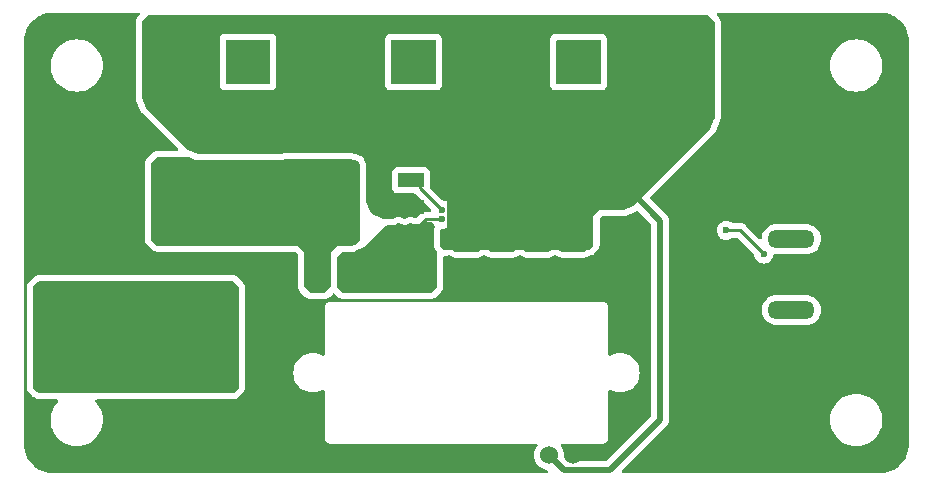
<source format=gbr>
%TF.GenerationSoftware,KiCad,Pcbnew,(6.0.11)*%
%TF.CreationDate,2024-02-10T16:41:49+09:00*%
%TF.ProjectId,SmallPW,536d616c-6c50-4572-9e6b-696361645f70,rev?*%
%TF.SameCoordinates,Original*%
%TF.FileFunction,Copper,L1,Top*%
%TF.FilePolarity,Positive*%
%FSLAX46Y46*%
G04 Gerber Fmt 4.6, Leading zero omitted, Abs format (unit mm)*
G04 Created by KiCad (PCBNEW (6.0.11)) date 2024-02-10 16:41:49*
%MOMM*%
%LPD*%
G01*
G04 APERTURE LIST*
G04 Aperture macros list*
%AMRoundRect*
0 Rectangle with rounded corners*
0 $1 Rounding radius*
0 $2 $3 $4 $5 $6 $7 $8 $9 X,Y pos of 4 corners*
0 Add a 4 corners polygon primitive as box body*
4,1,4,$2,$3,$4,$5,$6,$7,$8,$9,$2,$3,0*
0 Add four circle primitives for the rounded corners*
1,1,$1+$1,$2,$3*
1,1,$1+$1,$4,$5*
1,1,$1+$1,$6,$7*
1,1,$1+$1,$8,$9*
0 Add four rect primitives between the rounded corners*
20,1,$1+$1,$2,$3,$4,$5,0*
20,1,$1+$1,$4,$5,$6,$7,0*
20,1,$1+$1,$6,$7,$8,$9,0*
20,1,$1+$1,$8,$9,$2,$3,0*%
G04 Aperture macros list end*
%TA.AperFunction,SMDPad,CuDef*%
%ADD10RoundRect,0.250001X-0.799999X1.999999X-0.799999X-1.999999X0.799999X-1.999999X0.799999X1.999999X0*%
%TD*%
%TA.AperFunction,ComponentPad*%
%ADD11C,1.524000*%
%TD*%
%TA.AperFunction,ComponentPad*%
%ADD12R,3.800000X3.800000*%
%TD*%
%TA.AperFunction,ComponentPad*%
%ADD13C,3.800000*%
%TD*%
%TA.AperFunction,SMDPad,CuDef*%
%ADD14R,1.200000X2.200000*%
%TD*%
%TA.AperFunction,SMDPad,CuDef*%
%ADD15R,5.800000X6.400000*%
%TD*%
%TA.AperFunction,ComponentPad*%
%ADD16C,4.000000*%
%TD*%
%TA.AperFunction,SMDPad,CuDef*%
%ADD17R,2.200000X1.200000*%
%TD*%
%TA.AperFunction,SMDPad,CuDef*%
%ADD18R,6.400000X5.800000*%
%TD*%
%TA.AperFunction,ComponentPad*%
%ADD19O,4.000000X1.524000*%
%TD*%
%TA.AperFunction,ComponentPad*%
%ADD20C,2.780000*%
%TD*%
%TA.AperFunction,ViaPad*%
%ADD21C,0.800000*%
%TD*%
%TA.AperFunction,ViaPad*%
%ADD22C,0.600000*%
%TD*%
%TA.AperFunction,Conductor*%
%ADD23C,0.250000*%
%TD*%
%TA.AperFunction,Conductor*%
%ADD24C,0.500000*%
%TD*%
G04 APERTURE END LIST*
D10*
%TO.P,C2,1*%
%TO.N,VDD*%
X143825000Y-61400000D03*
%TO.P,C2,2*%
%TO.N,GND*%
X143825000Y-68600000D03*
%TD*%
D11*
%TO.P,MES1,1,-*%
%TO.N,GND*%
X140500000Y-85300000D03*
%TO.P,MES1,2,+*%
%TO.N,VDD*%
X138500000Y-85285000D03*
%TD*%
D12*
%TO.P,J1,1,Pin_1*%
%TO.N,GND*%
X98500000Y-68000000D03*
D13*
%TO.P,J1,2,Pin_2*%
%TO.N,/12VBAT*%
X98500000Y-73000000D03*
%TD*%
D14*
%TO.P,Q1,1,G*%
%TO.N,GND*%
X116645000Y-69750000D03*
D15*
%TO.P,Q1,2,D*%
%TO.N,Net-(F1-Pad2)*%
X118925000Y-63450000D03*
D14*
X118925000Y-69750000D03*
%TO.P,Q1,3,S*%
%TO.N,/S-S*%
X121205000Y-69750000D03*
%TD*%
D12*
%TO.P,J5,1,Pin_1*%
%TO.N,GND*%
X155000000Y-52000000D03*
D16*
%TO.P,J5,2,Pin_2*%
%TO.N,VDD*%
X150000000Y-52000000D03*
%TD*%
D17*
%TO.P,Q3,1,G*%
%TO.N,\u4E3B\u96FB\u6E90\u30B9\u30A4\u30C3\u30C1*%
X126800000Y-62020000D03*
%TO.P,Q3,2,D*%
%TO.N,VDD*%
X126800000Y-64300000D03*
D18*
X133100000Y-64300000D03*
D17*
%TO.P,Q3,3,S*%
%TO.N,/S-S*%
X126800000Y-66580000D03*
%TD*%
D12*
%TO.P,J4,1,Pin_1*%
%TO.N,GND*%
X141000000Y-52000000D03*
D16*
%TO.P,J4,2,Pin_2*%
%TO.N,VDD*%
X136000000Y-52000000D03*
%TD*%
D19*
%TO.P,SW1,1,A*%
%TO.N,Net-(Q2-Pad1)*%
X159000000Y-73000000D03*
%TO.P,SW1,2,B*%
%TO.N,/S-S*%
X159000000Y-67000000D03*
%TD*%
D12*
%TO.P,J2,1,Pin_1*%
%TO.N,GND*%
X113000000Y-52000000D03*
D16*
%TO.P,J2,2,Pin_2*%
%TO.N,VDD*%
X108000000Y-52000000D03*
%TD*%
D20*
%TO.P,F1,1*%
%TO.N,/12VBAT*%
X106800000Y-72420000D03*
X110200000Y-72420000D03*
%TO.P,F1,2*%
%TO.N,Net-(F1-Pad2)*%
X106800000Y-62500000D03*
X110200000Y-62500000D03*
%TD*%
D12*
%TO.P,J3,1,Pin_1*%
%TO.N,GND*%
X127000000Y-52000000D03*
D16*
%TO.P,J3,2,Pin_2*%
%TO.N,VDD*%
X122000000Y-52000000D03*
%TD*%
D21*
%TO.N,/S-S*%
X127750000Y-66050000D03*
X126250000Y-70800000D03*
X127250000Y-66800000D03*
X121250000Y-70800000D03*
X126750000Y-66050000D03*
X126250000Y-69800000D03*
X125250000Y-69800000D03*
X122250000Y-69800000D03*
X124250000Y-68800000D03*
X124250000Y-70800000D03*
D22*
X156670000Y-68250000D03*
D21*
X121250000Y-68800000D03*
X122250000Y-68800000D03*
X128250000Y-70800000D03*
X127250000Y-70800000D03*
X124250000Y-69800000D03*
X128250000Y-68800000D03*
X124250000Y-66800000D03*
X121250000Y-69800000D03*
D22*
X129400498Y-65325003D03*
D21*
X122250000Y-70800000D03*
X127250000Y-68800000D03*
X123250000Y-69800000D03*
D22*
X153499662Y-66260339D03*
D21*
X128250000Y-66800000D03*
X128250000Y-67800000D03*
X127250000Y-67800000D03*
X127250000Y-69800000D03*
X126250000Y-66800000D03*
X126250000Y-67800000D03*
X126250000Y-68800000D03*
X125250000Y-68800000D03*
X123250000Y-68800000D03*
X125750000Y-66050000D03*
X124250000Y-67800000D03*
X125250000Y-66800000D03*
X128250000Y-69800000D03*
X123250000Y-70800000D03*
X125250000Y-67800000D03*
X123250000Y-67800000D03*
X125250000Y-70800000D03*
%TO.N,VDD*%
X143825000Y-62875000D03*
%TO.N,GND*%
X161500000Y-52300000D03*
X161500000Y-68300000D03*
X104500000Y-82300000D03*
X158500000Y-49300000D03*
X155500000Y-85300000D03*
X146500000Y-81800000D03*
X158500000Y-55300000D03*
X149500000Y-67300000D03*
X164500000Y-79300000D03*
X101500000Y-55300000D03*
X149500000Y-85300000D03*
X143000000Y-84800000D03*
X122500000Y-85300000D03*
X152500000Y-76300000D03*
X94750000Y-80750000D03*
X161500000Y-61300000D03*
X154500000Y-70800000D03*
X145000000Y-81300000D03*
X153000000Y-61300000D03*
X153500000Y-55300000D03*
X116500000Y-76300000D03*
X161500000Y-55300000D03*
X161500000Y-79300000D03*
X134500000Y-70300000D03*
X96000000Y-81000000D03*
X130000000Y-71800000D03*
X158500000Y-85300000D03*
X155500000Y-49300000D03*
X107500000Y-82300000D03*
X153000000Y-68800000D03*
X167500000Y-64300000D03*
X103500000Y-67300000D03*
X158500000Y-52300000D03*
X94500000Y-67800000D03*
X149500000Y-70300000D03*
X116500000Y-73300000D03*
X161500000Y-70300000D03*
X143500000Y-70300000D03*
X136500000Y-86300000D03*
X103000000Y-50800000D03*
X167500000Y-55300000D03*
X161500000Y-58300000D03*
X103000000Y-48300000D03*
X145000000Y-68800000D03*
X139000000Y-68800000D03*
X131500000Y-70300000D03*
X119000000Y-80300000D03*
X101500000Y-64300000D03*
X113500000Y-85300000D03*
X140500000Y-70300000D03*
X161500000Y-85300000D03*
X116500000Y-82300000D03*
X136000000Y-71800000D03*
X158500000Y-61300000D03*
X161500000Y-64300000D03*
X142000000Y-68800000D03*
X167500000Y-76300000D03*
X152500000Y-73300000D03*
X119500000Y-85300000D03*
X144000000Y-80300000D03*
X161500000Y-76300000D03*
X113250000Y-73300000D03*
X149500000Y-76300000D03*
X146500000Y-67300000D03*
X108750000Y-69000000D03*
X155500000Y-76300000D03*
X101500000Y-69500000D03*
X111250000Y-69000000D03*
X105500000Y-58800000D03*
X152500000Y-70300000D03*
X133000000Y-71800000D03*
X139000000Y-71800000D03*
X146000000Y-86300000D03*
X116500000Y-79300000D03*
X149500000Y-82300000D03*
X164500000Y-67300000D03*
X95500000Y-61300000D03*
X94750000Y-69750000D03*
X101500000Y-85300000D03*
X167500000Y-49300000D03*
X116500000Y-85300000D03*
X113250000Y-71000000D03*
X103000000Y-53800000D03*
X136000000Y-68800000D03*
X103500000Y-61300000D03*
X145000000Y-71800000D03*
X152000000Y-66300000D03*
X95500000Y-64300000D03*
X167500000Y-73300000D03*
X95500000Y-49300000D03*
X164500000Y-55300000D03*
X153000000Y-63300000D03*
X164500000Y-73300000D03*
X167500000Y-82300000D03*
X116500000Y-68800000D03*
X137500000Y-70300000D03*
X128500000Y-85300000D03*
X113250000Y-79300000D03*
X98500000Y-55300000D03*
X107500000Y-85300000D03*
X161500000Y-49300000D03*
X167500000Y-85300000D03*
X167500000Y-70300000D03*
X116500000Y-70300000D03*
X164500000Y-76300000D03*
X104500000Y-85300000D03*
X167500000Y-67300000D03*
X164500000Y-70300000D03*
X112000000Y-81000000D03*
X113500000Y-82300000D03*
X150500000Y-61300000D03*
X144500000Y-83800000D03*
X95500000Y-55300000D03*
X155500000Y-55300000D03*
X98500000Y-49300000D03*
X110500000Y-85300000D03*
X98500000Y-58300000D03*
X156500000Y-74300000D03*
X152500000Y-79300000D03*
X119000000Y-76300000D03*
X167500000Y-61300000D03*
X106000000Y-81000000D03*
X101500000Y-58300000D03*
X145000000Y-74800000D03*
X101000000Y-81000000D03*
X98500000Y-61300000D03*
X114000000Y-68800000D03*
X101500000Y-82300000D03*
X101500000Y-49300000D03*
X95500000Y-52300000D03*
X95500000Y-85300000D03*
X146500000Y-73300000D03*
X106000000Y-69000000D03*
X103500000Y-64300000D03*
X131500000Y-85300000D03*
X156500000Y-65800000D03*
X101500000Y-52300000D03*
X119000000Y-72800000D03*
X155500000Y-64300000D03*
X110500000Y-82300000D03*
X155500000Y-58300000D03*
X109000000Y-81000000D03*
X134500000Y-85300000D03*
X125500000Y-85300000D03*
X164500000Y-64300000D03*
X103000000Y-81000000D03*
X152500000Y-85300000D03*
X103500000Y-69500000D03*
X158500000Y-79300000D03*
X167500000Y-79300000D03*
X158500000Y-82300000D03*
X164500000Y-49300000D03*
X136500000Y-84800000D03*
X95500000Y-82300000D03*
X133000000Y-68800000D03*
X98500000Y-85300000D03*
X146500000Y-70300000D03*
X158500000Y-64300000D03*
X161500000Y-74300000D03*
X155500000Y-61300000D03*
X153000000Y-58300000D03*
X167500000Y-58300000D03*
X103000000Y-56800000D03*
X130000000Y-68800000D03*
X167500000Y-52300000D03*
X144000000Y-76300000D03*
X113250000Y-76250000D03*
X158500000Y-76300000D03*
X142000000Y-71800000D03*
X98500000Y-64250000D03*
X155500000Y-79300000D03*
X143500000Y-67300000D03*
X161500000Y-82300000D03*
X155500000Y-82300000D03*
X146500000Y-76300000D03*
X149500000Y-79300000D03*
X164500000Y-58300000D03*
X158500000Y-58300000D03*
X149500000Y-73300000D03*
X148500000Y-63300000D03*
X101500000Y-61300000D03*
X152500000Y-82300000D03*
X101500000Y-67300000D03*
X153500000Y-48300000D03*
X146500000Y-79800000D03*
X164500000Y-85300000D03*
X164500000Y-61300000D03*
X119000000Y-82300000D03*
X95500000Y-58300000D03*
%TO.N,/12VBAT*%
X97500000Y-79250000D03*
X103500000Y-76250000D03*
X95500000Y-77250000D03*
X107500000Y-79250000D03*
X110500000Y-75250000D03*
X103500000Y-72250000D03*
X109500000Y-77250000D03*
X111500000Y-74250000D03*
X102500000Y-73250000D03*
X106500000Y-76250000D03*
X98500000Y-78250000D03*
X110500000Y-77250000D03*
X101500000Y-78250000D03*
X104500000Y-73250000D03*
X101500000Y-74250000D03*
X99500000Y-76250000D03*
X110500000Y-76250000D03*
X102500000Y-76250000D03*
X103500000Y-79250000D03*
X106500000Y-77250000D03*
X96500000Y-71250000D03*
X100500000Y-77250000D03*
X97500000Y-78250000D03*
X111500000Y-76250000D03*
X111500000Y-77250000D03*
X107500000Y-77250000D03*
X96500000Y-76250000D03*
X96500000Y-75250000D03*
X108500000Y-79250000D03*
X108500000Y-76250000D03*
X97500000Y-77250000D03*
X104500000Y-76250000D03*
X101500000Y-77250000D03*
X105500000Y-75250000D03*
X100500000Y-75250000D03*
X104500000Y-74250000D03*
X98500000Y-76250000D03*
X99500000Y-77250000D03*
X103500000Y-75250000D03*
X102500000Y-77250000D03*
X100500000Y-78250000D03*
X102500000Y-71250000D03*
X95500000Y-78250000D03*
X98500000Y-79250000D03*
X104500000Y-75250000D03*
X107500000Y-75250000D03*
X108500000Y-75250000D03*
X111500000Y-75250000D03*
X95500000Y-79250000D03*
X104500000Y-72250000D03*
X107500000Y-76250000D03*
X95500000Y-74250000D03*
X109500000Y-78250000D03*
X102500000Y-79250000D03*
X95500000Y-73250000D03*
X101500000Y-71250000D03*
X106500000Y-75250000D03*
X111500000Y-78250000D03*
X105500000Y-78250000D03*
X103500000Y-74250000D03*
X101500000Y-73250000D03*
X102500000Y-75250000D03*
X106500000Y-79250000D03*
X104500000Y-77250000D03*
X95500000Y-76250000D03*
X101500000Y-79250000D03*
X109500000Y-75250000D03*
X96500000Y-77250000D03*
X108500000Y-74250000D03*
X104500000Y-71250000D03*
X95500000Y-71250000D03*
X96500000Y-79250000D03*
X101500000Y-75250000D03*
X95500000Y-75250000D03*
X99500000Y-79250000D03*
X100500000Y-76250000D03*
X103500000Y-77250000D03*
X98500000Y-77250000D03*
X108500000Y-77250000D03*
X97500000Y-76250000D03*
X108500000Y-78250000D03*
X99500000Y-78250000D03*
X109500000Y-76250000D03*
X110500000Y-78250000D03*
X110500000Y-79250000D03*
X101500000Y-76250000D03*
X102500000Y-74250000D03*
X105500000Y-74250000D03*
X105500000Y-79250000D03*
X104500000Y-79250000D03*
X107500000Y-78250000D03*
X111500000Y-79250000D03*
X96500000Y-78250000D03*
X103500000Y-71250000D03*
X105500000Y-76250000D03*
X109500000Y-79250000D03*
X101500000Y-72250000D03*
X100500000Y-79250000D03*
X103500000Y-78250000D03*
X108500000Y-71250000D03*
X102500000Y-72250000D03*
X106500000Y-78250000D03*
X100500000Y-71250000D03*
X104500000Y-78250000D03*
X103500000Y-73250000D03*
X95500000Y-72250000D03*
X102500000Y-78250000D03*
X105500000Y-77250000D03*
D22*
%TO.N,\u4E3B\u96FB\u6E90\u30B9\u30A4\u30C3\u30C1*%
X129400498Y-64525500D03*
%TD*%
D23*
%TO.N,/S-S*%
X154680339Y-66260339D02*
X156670000Y-68250000D01*
X129400498Y-65325003D02*
X128054997Y-65325003D01*
X153499662Y-66260339D02*
X154680339Y-66260339D01*
X128054997Y-65325003D02*
X126800000Y-66580000D01*
D24*
%TO.N,VDD*%
X143620000Y-86550000D02*
X139765000Y-86550000D01*
X147900000Y-82270000D02*
X143620000Y-86550000D01*
X143825000Y-62875000D02*
X145300000Y-62875000D01*
X139765000Y-86550000D02*
X138500000Y-85285000D01*
X145300000Y-62875000D02*
X147900000Y-65475000D01*
X147900000Y-65475000D02*
X147900000Y-82270000D01*
D23*
%TO.N,GND*%
X119625000Y-72175000D02*
X129625000Y-72175000D01*
X94500000Y-67800000D02*
X94125000Y-68175000D01*
X94125000Y-80925000D02*
X95500000Y-82300000D01*
X119000000Y-72800000D02*
X119625000Y-72175000D01*
X94125000Y-68175000D02*
X94125000Y-80925000D01*
X129625000Y-72175000D02*
X130000000Y-71800000D01*
%TO.N,\u4E3B\u96FB\u6E90\u30B9\u30A4\u30C3\u30C1*%
X127550000Y-62020000D02*
X127550000Y-62675002D01*
X127550000Y-62675002D02*
X129400498Y-64525500D01*
%TD*%
%TA.AperFunction,Conductor*%
%TO.N,VDD*%
G36*
X152015931Y-48070002D02*
G01*
X152036905Y-48086905D01*
X152463095Y-48513095D01*
X152497121Y-48575407D01*
X152500000Y-48602190D01*
X152500000Y-56774937D01*
X152490409Y-56823155D01*
X152156037Y-57630400D01*
X152128723Y-57671277D01*
X145621277Y-64178723D01*
X145580400Y-64206037D01*
X144998861Y-64446918D01*
X144777233Y-64538720D01*
X144773155Y-64540409D01*
X144724937Y-64550000D01*
X142750000Y-64550000D01*
X142250000Y-65050000D01*
X142250000Y-67497810D01*
X142229998Y-67565931D01*
X142213095Y-67586905D01*
X141935969Y-67864031D01*
X141873071Y-67898183D01*
X141823705Y-67908676D01*
X141717712Y-67931206D01*
X141711682Y-67933891D01*
X141711681Y-67933891D01*
X141549278Y-68006197D01*
X141549276Y-68006198D01*
X141543248Y-68008882D01*
X141537907Y-68012762D01*
X141537906Y-68012763D01*
X141519775Y-68025936D01*
X141445714Y-68050000D01*
X139554286Y-68050000D01*
X139480225Y-68025936D01*
X139462094Y-68012763D01*
X139462093Y-68012762D01*
X139456752Y-68008882D01*
X139450724Y-68006198D01*
X139450722Y-68006197D01*
X139288319Y-67933891D01*
X139288318Y-67933891D01*
X139282288Y-67931206D01*
X139188888Y-67911353D01*
X139101944Y-67892872D01*
X139101939Y-67892872D01*
X139095487Y-67891500D01*
X138904513Y-67891500D01*
X138898061Y-67892872D01*
X138898056Y-67892872D01*
X138811112Y-67911353D01*
X138717712Y-67931206D01*
X138711682Y-67933891D01*
X138711681Y-67933891D01*
X138549278Y-68006197D01*
X138549276Y-68006198D01*
X138543248Y-68008882D01*
X138537907Y-68012762D01*
X138537906Y-68012763D01*
X138519775Y-68025936D01*
X138445714Y-68050000D01*
X136554286Y-68050000D01*
X136480225Y-68025936D01*
X136462094Y-68012763D01*
X136462093Y-68012762D01*
X136456752Y-68008882D01*
X136450724Y-68006198D01*
X136450722Y-68006197D01*
X136288319Y-67933891D01*
X136288318Y-67933891D01*
X136282288Y-67931206D01*
X136188888Y-67911353D01*
X136101944Y-67892872D01*
X136101939Y-67892872D01*
X136095487Y-67891500D01*
X135904513Y-67891500D01*
X135898061Y-67892872D01*
X135898056Y-67892872D01*
X135811112Y-67911353D01*
X135717712Y-67931206D01*
X135711682Y-67933891D01*
X135711681Y-67933891D01*
X135549278Y-68006197D01*
X135549276Y-68006198D01*
X135543248Y-68008882D01*
X135537907Y-68012762D01*
X135537906Y-68012763D01*
X135519775Y-68025936D01*
X135445714Y-68050000D01*
X133554286Y-68050000D01*
X133480225Y-68025936D01*
X133462094Y-68012763D01*
X133462093Y-68012762D01*
X133456752Y-68008882D01*
X133450724Y-68006198D01*
X133450722Y-68006197D01*
X133288319Y-67933891D01*
X133288318Y-67933891D01*
X133282288Y-67931206D01*
X133188888Y-67911353D01*
X133101944Y-67892872D01*
X133101939Y-67892872D01*
X133095487Y-67891500D01*
X132904513Y-67891500D01*
X132898061Y-67892872D01*
X132898056Y-67892872D01*
X132811112Y-67911353D01*
X132717712Y-67931206D01*
X132711682Y-67933891D01*
X132711681Y-67933891D01*
X132549278Y-68006197D01*
X132549276Y-68006198D01*
X132543248Y-68008882D01*
X132537907Y-68012762D01*
X132537906Y-68012763D01*
X132519775Y-68025936D01*
X132445714Y-68050000D01*
X130554286Y-68050000D01*
X130480225Y-68025936D01*
X130462094Y-68012763D01*
X130462093Y-68012762D01*
X130456752Y-68008882D01*
X130450724Y-68006198D01*
X130450722Y-68006197D01*
X130288319Y-67933891D01*
X130288318Y-67933891D01*
X130282288Y-67931206D01*
X130188888Y-67911353D01*
X130101944Y-67892872D01*
X130101939Y-67892872D01*
X130095487Y-67891500D01*
X129904513Y-67891500D01*
X129898061Y-67892872D01*
X129898056Y-67892872D01*
X129717712Y-67931206D01*
X129717321Y-67929367D01*
X129655436Y-67931136D01*
X129598370Y-67898370D01*
X129286905Y-67586905D01*
X129252879Y-67524593D01*
X129250000Y-67497810D01*
X129250000Y-66263527D01*
X129270002Y-66195406D01*
X129323658Y-66148913D01*
X129377923Y-66137702D01*
X129383459Y-66138441D01*
X129390470Y-66137803D01*
X129390473Y-66137803D01*
X129527728Y-66125311D01*
X129564098Y-66122001D01*
X129570800Y-66119823D01*
X129570802Y-66119823D01*
X129729907Y-66068127D01*
X129729910Y-66068126D01*
X129736606Y-66065950D01*
X129892410Y-65973072D01*
X130023764Y-65847985D01*
X130124141Y-65696905D01*
X130188553Y-65527341D01*
X130207644Y-65391500D01*
X130213246Y-65351642D01*
X130213246Y-65351639D01*
X130213797Y-65347720D01*
X130214114Y-65325003D01*
X130193895Y-65144748D01*
X130134243Y-64973451D01*
X130134714Y-64973287D01*
X130124048Y-64907704D01*
X130131287Y-64878590D01*
X130136208Y-64865637D01*
X130151237Y-64826072D01*
X130186053Y-64734420D01*
X130186054Y-64734418D01*
X130188553Y-64727838D01*
X130191687Y-64705536D01*
X130213246Y-64552139D01*
X130213246Y-64552136D01*
X130213797Y-64548217D01*
X130214114Y-64525500D01*
X130193895Y-64345245D01*
X130167584Y-64269690D01*
X130136562Y-64180606D01*
X130136560Y-64180603D01*
X130134243Y-64173948D01*
X130038124Y-64020124D01*
X129947082Y-63928444D01*
X129915276Y-63896415D01*
X129915272Y-63896412D01*
X129910313Y-63891418D01*
X129757164Y-63794227D01*
X129727961Y-63783828D01*
X129592923Y-63735743D01*
X129592918Y-63735742D01*
X129586288Y-63733381D01*
X129579300Y-63732548D01*
X129579297Y-63732547D01*
X129536506Y-63727445D01*
X129471232Y-63699518D01*
X129462329Y-63691426D01*
X128445405Y-62674502D01*
X128411379Y-62612190D01*
X128408500Y-62585407D01*
X128408500Y-61371866D01*
X128401745Y-61309684D01*
X128350615Y-61173295D01*
X128263261Y-61056739D01*
X128146705Y-60969385D01*
X128010316Y-60918255D01*
X127948134Y-60911500D01*
X125651866Y-60911500D01*
X125589684Y-60918255D01*
X125453295Y-60969385D01*
X125336739Y-61056739D01*
X125249385Y-61173295D01*
X125198255Y-61309684D01*
X125191500Y-61371866D01*
X125191500Y-62668134D01*
X125198255Y-62730316D01*
X125249385Y-62866705D01*
X125336739Y-62983261D01*
X125453295Y-63070615D01*
X125589684Y-63121745D01*
X125651866Y-63128500D01*
X127055404Y-63128500D01*
X127123525Y-63148502D01*
X127144499Y-63165405D01*
X128455502Y-64476408D01*
X128489528Y-64538720D01*
X128484463Y-64609535D01*
X128441916Y-64666371D01*
X128375396Y-64691182D01*
X128366407Y-64691503D01*
X128133765Y-64691503D01*
X128122582Y-64690976D01*
X128115089Y-64689301D01*
X128107163Y-64689550D01*
X128107162Y-64689550D01*
X128046999Y-64691441D01*
X128043041Y-64691503D01*
X128015141Y-64691503D01*
X128011151Y-64692007D01*
X127999317Y-64692939D01*
X127955108Y-64694329D01*
X127947494Y-64696541D01*
X127947489Y-64696542D01*
X127935656Y-64699980D01*
X127916293Y-64703991D01*
X127896200Y-64706529D01*
X127888833Y-64709446D01*
X127888828Y-64709447D01*
X127855089Y-64722805D01*
X127843862Y-64726649D01*
X127801404Y-64738985D01*
X127794578Y-64743022D01*
X127783969Y-64749296D01*
X127766221Y-64757991D01*
X127747380Y-64765451D01*
X127740964Y-64770113D01*
X127740963Y-64770113D01*
X127711610Y-64791439D01*
X127701690Y-64797955D01*
X127670462Y-64816423D01*
X127670459Y-64816425D01*
X127663635Y-64820461D01*
X127649314Y-64834782D01*
X127634281Y-64847622D01*
X127617890Y-64859531D01*
X127612839Y-64865637D01*
X127589699Y-64893608D01*
X127581709Y-64902387D01*
X127280760Y-65203336D01*
X127218448Y-65237362D01*
X127147633Y-65232297D01*
X127140431Y-65229354D01*
X127032288Y-65181206D01*
X126938887Y-65161353D01*
X126851944Y-65142872D01*
X126851939Y-65142872D01*
X126845487Y-65141500D01*
X126654513Y-65141500D01*
X126648061Y-65142872D01*
X126648056Y-65142872D01*
X126561113Y-65161353D01*
X126467712Y-65181206D01*
X126301248Y-65255320D01*
X126230882Y-65264754D01*
X126198753Y-65255320D01*
X126032288Y-65181206D01*
X125938887Y-65161353D01*
X125851944Y-65142872D01*
X125851939Y-65142872D01*
X125845487Y-65141500D01*
X125654513Y-65141500D01*
X125648061Y-65142872D01*
X125648056Y-65142872D01*
X125561113Y-65161353D01*
X125467712Y-65181206D01*
X125461682Y-65183891D01*
X125461681Y-65183891D01*
X125299278Y-65256197D01*
X125299276Y-65256198D01*
X125293248Y-65258882D01*
X125287907Y-65262762D01*
X125287906Y-65262763D01*
X125269775Y-65275936D01*
X125195714Y-65300000D01*
X124525063Y-65300000D01*
X124476845Y-65290409D01*
X124414909Y-65264754D01*
X123922158Y-65060650D01*
X123669600Y-64956037D01*
X123628723Y-64928723D01*
X123371277Y-64671277D01*
X123343963Y-64630400D01*
X123009591Y-63823155D01*
X123000000Y-63774937D01*
X123000000Y-60653553D01*
X122750000Y-60050000D01*
X122146447Y-59800000D01*
X122096188Y-59800000D01*
X122051959Y-59791982D01*
X121942718Y-59751029D01*
X121942712Y-59751027D01*
X121935316Y-59748255D01*
X121873134Y-59741500D01*
X115976866Y-59741500D01*
X115914684Y-59748255D01*
X115907288Y-59751027D01*
X115907282Y-59751029D01*
X115798041Y-59791982D01*
X115753812Y-59800000D01*
X108775063Y-59800000D01*
X108726845Y-59790409D01*
X107919600Y-59456037D01*
X107878723Y-59428723D01*
X104371277Y-55921277D01*
X104343963Y-55880400D01*
X104009591Y-55073155D01*
X104000000Y-55024937D01*
X104000000Y-53948134D01*
X110591500Y-53948134D01*
X110598255Y-54010316D01*
X110649385Y-54146705D01*
X110736739Y-54263261D01*
X110853295Y-54350615D01*
X110989684Y-54401745D01*
X111051866Y-54408500D01*
X114948134Y-54408500D01*
X115010316Y-54401745D01*
X115146705Y-54350615D01*
X115263261Y-54263261D01*
X115350615Y-54146705D01*
X115401745Y-54010316D01*
X115408500Y-53948134D01*
X124591500Y-53948134D01*
X124598255Y-54010316D01*
X124649385Y-54146705D01*
X124736739Y-54263261D01*
X124853295Y-54350615D01*
X124989684Y-54401745D01*
X125051866Y-54408500D01*
X128948134Y-54408500D01*
X129010316Y-54401745D01*
X129146705Y-54350615D01*
X129263261Y-54263261D01*
X129350615Y-54146705D01*
X129401745Y-54010316D01*
X129408500Y-53948134D01*
X138591500Y-53948134D01*
X138598255Y-54010316D01*
X138649385Y-54146705D01*
X138736739Y-54263261D01*
X138853295Y-54350615D01*
X138989684Y-54401745D01*
X139051866Y-54408500D01*
X142948134Y-54408500D01*
X143010316Y-54401745D01*
X143146705Y-54350615D01*
X143263261Y-54263261D01*
X143350615Y-54146705D01*
X143401745Y-54010316D01*
X143408500Y-53948134D01*
X143408500Y-50051866D01*
X143401745Y-49989684D01*
X143350615Y-49853295D01*
X143263261Y-49736739D01*
X143146705Y-49649385D01*
X143010316Y-49598255D01*
X142948134Y-49591500D01*
X139051866Y-49591500D01*
X138989684Y-49598255D01*
X138853295Y-49649385D01*
X138736739Y-49736739D01*
X138649385Y-49853295D01*
X138598255Y-49989684D01*
X138591500Y-50051866D01*
X138591500Y-53948134D01*
X129408500Y-53948134D01*
X129408500Y-50051866D01*
X129401745Y-49989684D01*
X129350615Y-49853295D01*
X129263261Y-49736739D01*
X129146705Y-49649385D01*
X129010316Y-49598255D01*
X128948134Y-49591500D01*
X125051866Y-49591500D01*
X124989684Y-49598255D01*
X124853295Y-49649385D01*
X124736739Y-49736739D01*
X124649385Y-49853295D01*
X124598255Y-49989684D01*
X124591500Y-50051866D01*
X124591500Y-53948134D01*
X115408500Y-53948134D01*
X115408500Y-50051866D01*
X115401745Y-49989684D01*
X115350615Y-49853295D01*
X115263261Y-49736739D01*
X115146705Y-49649385D01*
X115010316Y-49598255D01*
X114948134Y-49591500D01*
X111051866Y-49591500D01*
X110989684Y-49598255D01*
X110853295Y-49649385D01*
X110736739Y-49736739D01*
X110649385Y-49853295D01*
X110598255Y-49989684D01*
X110591500Y-50051866D01*
X110591500Y-53948134D01*
X104000000Y-53948134D01*
X104000000Y-48602190D01*
X104020002Y-48534069D01*
X104036905Y-48513095D01*
X104463095Y-48086905D01*
X104525407Y-48052879D01*
X104552190Y-48050000D01*
X151947810Y-48050000D01*
X152015931Y-48070002D01*
G37*
%TD.AperFunction*%
%TD*%
%TA.AperFunction,Conductor*%
%TO.N,/S-S*%
G36*
X128515931Y-65570002D02*
G01*
X128536905Y-65586905D01*
X128785491Y-65835491D01*
X128819517Y-65897803D01*
X128814452Y-65968618D01*
X128811009Y-65976929D01*
X128779173Y-66046639D01*
X128779171Y-66046645D01*
X128777302Y-66050737D01*
X128757300Y-66118858D01*
X128736500Y-66263527D01*
X128736500Y-67497810D01*
X128739441Y-67552692D01*
X128742320Y-67579475D01*
X128742588Y-67581132D01*
X128742590Y-67581143D01*
X128750125Y-67627640D01*
X128750126Y-67627645D01*
X128751116Y-67633752D01*
X128753278Y-67639549D01*
X128753279Y-67639552D01*
X128800622Y-67766479D01*
X128802194Y-67770693D01*
X128836220Y-67833005D01*
X128838915Y-67836605D01*
X128921109Y-67946402D01*
X128921113Y-67946406D01*
X128923806Y-67950004D01*
X128963095Y-67989293D01*
X128997121Y-68051605D01*
X129000000Y-68078388D01*
X129000000Y-70997810D01*
X128979998Y-71065931D01*
X128963095Y-71086905D01*
X128545405Y-71504595D01*
X128483093Y-71538621D01*
X128456310Y-71541500D01*
X121043690Y-71541500D01*
X120975569Y-71521498D01*
X120954595Y-71504595D01*
X120536905Y-71086905D01*
X120502879Y-71024593D01*
X120500000Y-70997810D01*
X120500000Y-68602190D01*
X120520002Y-68534069D01*
X120536905Y-68513095D01*
X120963095Y-68086905D01*
X121025407Y-68052879D01*
X121052190Y-68050000D01*
X122000000Y-68050000D01*
X122250108Y-67946402D01*
X122842089Y-67701196D01*
X122842091Y-67701195D01*
X122853553Y-67696447D01*
X124628724Y-65921276D01*
X124669600Y-65893963D01*
X124840700Y-65823091D01*
X124888917Y-65813500D01*
X125195714Y-65813500D01*
X125196184Y-65813493D01*
X125196227Y-65813493D01*
X125205418Y-65813362D01*
X125205422Y-65813362D01*
X125210378Y-65813291D01*
X125215266Y-65812445D01*
X125215267Y-65812445D01*
X125349954Y-65789136D01*
X125349960Y-65789135D01*
X125354395Y-65788367D01*
X125358676Y-65786976D01*
X125358680Y-65786975D01*
X125423750Y-65765832D01*
X125423749Y-65765832D01*
X125428456Y-65764303D01*
X125492779Y-65731528D01*
X125502207Y-65728214D01*
X125502106Y-65727988D01*
X125615169Y-65677649D01*
X125640216Y-65669511D01*
X125695534Y-65657753D01*
X125721730Y-65655000D01*
X125778269Y-65655000D01*
X125804465Y-65657753D01*
X125859784Y-65669511D01*
X125884831Y-65677650D01*
X125989896Y-65724427D01*
X126054082Y-65748019D01*
X126056097Y-65748611D01*
X126056101Y-65748612D01*
X126063605Y-65750815D01*
X126086211Y-65757453D01*
X126152966Y-65772308D01*
X126159569Y-65772371D01*
X126159570Y-65772371D01*
X126216079Y-65772909D01*
X126299117Y-65773700D01*
X126303568Y-65773103D01*
X126303572Y-65773103D01*
X126365026Y-65764864D01*
X126365032Y-65764863D01*
X126369483Y-65764266D01*
X126373809Y-65763040D01*
X126373811Y-65763040D01*
X126505780Y-65725652D01*
X126505785Y-65725650D01*
X126510106Y-65724426D01*
X126615169Y-65677649D01*
X126640216Y-65669511D01*
X126695534Y-65657753D01*
X126721730Y-65655000D01*
X126778270Y-65655000D01*
X126804466Y-65657753D01*
X126859784Y-65669511D01*
X126884835Y-65677651D01*
X126931133Y-65698265D01*
X126931225Y-65698305D01*
X126931573Y-65698460D01*
X126946188Y-65704698D01*
X126946710Y-65704911D01*
X126946738Y-65704923D01*
X126952871Y-65707429D01*
X126953390Y-65707641D01*
X126958754Y-65709737D01*
X126963533Y-65711604D01*
X126963536Y-65711605D01*
X126968182Y-65713420D01*
X126973059Y-65714481D01*
X127106599Y-65743532D01*
X127106602Y-65743532D01*
X127110999Y-65744489D01*
X127181814Y-65749554D01*
X127186301Y-65749233D01*
X127194983Y-65748612D01*
X127265999Y-65743532D01*
X127318619Y-65739768D01*
X127327607Y-65739125D01*
X127356860Y-65728214D01*
X127460334Y-65689619D01*
X127460336Y-65689618D01*
X127464548Y-65688047D01*
X127483587Y-65677651D01*
X127522912Y-65656177D01*
X127522914Y-65656176D01*
X127526860Y-65654021D01*
X127530462Y-65651324D01*
X127530469Y-65651320D01*
X127632241Y-65575133D01*
X127698761Y-65550321D01*
X127707751Y-65550000D01*
X128447810Y-65550000D01*
X128515931Y-65570002D01*
G37*
%TD.AperFunction*%
%TD*%
%TA.AperFunction,Conductor*%
%TO.N,/12VBAT*%
G36*
X111765931Y-70570002D02*
G01*
X111786905Y-70586905D01*
X112213095Y-71013095D01*
X112247121Y-71075407D01*
X112250000Y-71102190D01*
X112250000Y-79497810D01*
X112229998Y-79565931D01*
X112213095Y-79586905D01*
X111786905Y-80013095D01*
X111724593Y-80047121D01*
X111697810Y-80050000D01*
X95373105Y-80050000D01*
X95299044Y-80025936D01*
X95212094Y-79962763D01*
X95212093Y-79962762D01*
X95206752Y-79958882D01*
X95200723Y-79956198D01*
X95200720Y-79956196D01*
X95164319Y-79939990D01*
X95141797Y-79929962D01*
X95103951Y-79903951D01*
X94795405Y-79595405D01*
X94761379Y-79533093D01*
X94758500Y-79506310D01*
X94758500Y-71093690D01*
X94778502Y-71025569D01*
X94795405Y-71004595D01*
X95213095Y-70586905D01*
X95275407Y-70552879D01*
X95302190Y-70550000D01*
X111697810Y-70550000D01*
X111765931Y-70570002D01*
G37*
%TD.AperFunction*%
%TD*%
%TA.AperFunction,Conductor*%
%TO.N,Net-(F1-Pad2)*%
G36*
X108034868Y-60059591D02*
G01*
X108530337Y-60264821D01*
X108556660Y-60272806D01*
X108623703Y-60293144D01*
X108623711Y-60293146D01*
X108626668Y-60294043D01*
X108629697Y-60294645D01*
X108629703Y-60294647D01*
X108639015Y-60296499D01*
X108674886Y-60303634D01*
X108775063Y-60313500D01*
X115753812Y-60313500D01*
X115845408Y-60305265D01*
X115889637Y-60297247D01*
X115978292Y-60272806D01*
X116004402Y-60263018D01*
X116048631Y-60255000D01*
X121801369Y-60255000D01*
X121845598Y-60263018D01*
X121871708Y-60272806D01*
X121960363Y-60297247D01*
X121985031Y-60301719D01*
X122001799Y-60304759D01*
X122001806Y-60304760D01*
X122004592Y-60305265D01*
X122010755Y-60305819D01*
X122047695Y-60314904D01*
X122308767Y-60423044D01*
X122364047Y-60467592D01*
X122376955Y-60491231D01*
X122476909Y-60732539D01*
X122486500Y-60780757D01*
X122486500Y-63774937D01*
X122496366Y-63875114D01*
X122496970Y-63878149D01*
X122497579Y-63881211D01*
X122500000Y-63905793D01*
X122500000Y-66997810D01*
X122479998Y-67065931D01*
X122463095Y-67086905D01*
X122112994Y-67437006D01*
X122072117Y-67464320D01*
X121921014Y-67526909D01*
X121872796Y-67536500D01*
X121052190Y-67536500D01*
X121025615Y-67537924D01*
X120999001Y-67539350D01*
X120998991Y-67539351D01*
X120997308Y-67539441D01*
X120970525Y-67542320D01*
X120968868Y-67542588D01*
X120968857Y-67542590D01*
X120933149Y-67548377D01*
X120912993Y-67550000D01*
X120500000Y-67550000D01*
X120000000Y-68050000D01*
X120000000Y-68499280D01*
X119998718Y-68517211D01*
X119990204Y-68576430D01*
X119986500Y-68602190D01*
X119986500Y-70997810D01*
X119986834Y-71004045D01*
X119970512Y-71073136D01*
X119950111Y-71099889D01*
X119536905Y-71513095D01*
X119474593Y-71547121D01*
X119447810Y-71550000D01*
X118302190Y-71550000D01*
X118234069Y-71529998D01*
X118213095Y-71513095D01*
X117786905Y-71086905D01*
X117752879Y-71024593D01*
X117750000Y-70997810D01*
X117750000Y-70937177D01*
X117750737Y-70923570D01*
X117753131Y-70901533D01*
X117753131Y-70901529D01*
X117753500Y-70898134D01*
X117753500Y-68601866D01*
X117750737Y-68576430D01*
X117750000Y-68562823D01*
X117750000Y-68050000D01*
X117250000Y-67550000D01*
X105302190Y-67550000D01*
X105234069Y-67529998D01*
X105213095Y-67513095D01*
X104786905Y-67086905D01*
X104752879Y-67024593D01*
X104750000Y-66997810D01*
X104750000Y-60602190D01*
X104770002Y-60534069D01*
X104786905Y-60513095D01*
X105213095Y-60086905D01*
X105275407Y-60052879D01*
X105302190Y-60050000D01*
X107986650Y-60050000D01*
X108034868Y-60059591D01*
G37*
%TD.AperFunction*%
%TD*%
%TA.AperFunction,Conductor*%
%TO.N,GND*%
G36*
X103779233Y-47828502D02*
G01*
X103825726Y-47882158D01*
X103835830Y-47952432D01*
X103806336Y-48017012D01*
X103800207Y-48023595D01*
X103673806Y-48149996D01*
X103637083Y-48190877D01*
X103620180Y-48211851D01*
X103619190Y-48213224D01*
X103591638Y-48251430D01*
X103591635Y-48251435D01*
X103588018Y-48256451D01*
X103527302Y-48389400D01*
X103507300Y-48457521D01*
X103506660Y-48461970D01*
X103506659Y-48461976D01*
X103494147Y-48549001D01*
X103486500Y-48602190D01*
X103486500Y-55024937D01*
X103496366Y-55125114D01*
X103505957Y-55173332D01*
X103535179Y-55269663D01*
X103869551Y-56076908D01*
X103917008Y-56165692D01*
X103918723Y-56168258D01*
X103918728Y-56168267D01*
X103942593Y-56203982D01*
X103944322Y-56206569D01*
X104008178Y-56284376D01*
X107045207Y-59321405D01*
X107079233Y-59383717D01*
X107074168Y-59454532D01*
X107031621Y-59511368D01*
X106965101Y-59536179D01*
X106956112Y-59536500D01*
X105302190Y-59536500D01*
X105275615Y-59537924D01*
X105249001Y-59539350D01*
X105248991Y-59539351D01*
X105247308Y-59539441D01*
X105220525Y-59542320D01*
X105218868Y-59542588D01*
X105218857Y-59542590D01*
X105172360Y-59550125D01*
X105172355Y-59550126D01*
X105166248Y-59551116D01*
X105160451Y-59553278D01*
X105160448Y-59553279D01*
X105033521Y-59600622D01*
X105033519Y-59600623D01*
X105029307Y-59602194D01*
X104966995Y-59636220D01*
X104963395Y-59638915D01*
X104853598Y-59721109D01*
X104853594Y-59721113D01*
X104849996Y-59723806D01*
X104423806Y-60149996D01*
X104387083Y-60190877D01*
X104370180Y-60211851D01*
X104369190Y-60213224D01*
X104341638Y-60251430D01*
X104341635Y-60251435D01*
X104338018Y-60256451D01*
X104277302Y-60389400D01*
X104257300Y-60457521D01*
X104236500Y-60602190D01*
X104236500Y-66997810D01*
X104236803Y-67003463D01*
X104239154Y-67047329D01*
X104239441Y-67052692D01*
X104242320Y-67079475D01*
X104242588Y-67081132D01*
X104242590Y-67081143D01*
X104250125Y-67127640D01*
X104250126Y-67127645D01*
X104251116Y-67133752D01*
X104302194Y-67270693D01*
X104336220Y-67333005D01*
X104338915Y-67336605D01*
X104421109Y-67446402D01*
X104421113Y-67446406D01*
X104423806Y-67450004D01*
X104849996Y-67876194D01*
X104890877Y-67912917D01*
X104911851Y-67929820D01*
X104913224Y-67930810D01*
X104951430Y-67958362D01*
X104951435Y-67958365D01*
X104956451Y-67961982D01*
X105089400Y-68022698D01*
X105113154Y-68029673D01*
X105153198Y-68041431D01*
X105153202Y-68041432D01*
X105157521Y-68042700D01*
X105161970Y-68043340D01*
X105161976Y-68043341D01*
X105297743Y-68062861D01*
X105297748Y-68062861D01*
X105302190Y-68063500D01*
X116985112Y-68063500D01*
X117053233Y-68083502D01*
X117074207Y-68100405D01*
X117199595Y-68225793D01*
X117233621Y-68288105D01*
X117236500Y-68314888D01*
X117236500Y-68562823D01*
X117237252Y-68590595D01*
X117237989Y-68604202D01*
X117238059Y-68605065D01*
X117238061Y-68605092D01*
X117239585Y-68623829D01*
X117240000Y-68634041D01*
X117240000Y-70865959D01*
X117239585Y-70876171D01*
X117237989Y-70895798D01*
X117237252Y-70909405D01*
X117236500Y-70937177D01*
X117236500Y-70997810D01*
X117239441Y-71052692D01*
X117242320Y-71079475D01*
X117242588Y-71081132D01*
X117242590Y-71081143D01*
X117250125Y-71127640D01*
X117250126Y-71127645D01*
X117251116Y-71133752D01*
X117253278Y-71139549D01*
X117253279Y-71139552D01*
X117281306Y-71214692D01*
X117302194Y-71270693D01*
X117336220Y-71333005D01*
X117338915Y-71336605D01*
X117421109Y-71446402D01*
X117421113Y-71446406D01*
X117423806Y-71450004D01*
X117849996Y-71876194D01*
X117890877Y-71912917D01*
X117911851Y-71929820D01*
X117913224Y-71930810D01*
X117951430Y-71958362D01*
X117951435Y-71958365D01*
X117956451Y-71961982D01*
X118089400Y-72022698D01*
X118113154Y-72029673D01*
X118153198Y-72041431D01*
X118153202Y-72041432D01*
X118157521Y-72042700D01*
X118161970Y-72043340D01*
X118161976Y-72043341D01*
X118297743Y-72062861D01*
X118297748Y-72062861D01*
X118302190Y-72063500D01*
X119447810Y-72063500D01*
X119474385Y-72062076D01*
X119500999Y-72060650D01*
X119501009Y-72060649D01*
X119502692Y-72060559D01*
X119529475Y-72057680D01*
X119531132Y-72057412D01*
X119531143Y-72057410D01*
X119577640Y-72049875D01*
X119577645Y-72049874D01*
X119583752Y-72048884D01*
X119589549Y-72046722D01*
X119589552Y-72046721D01*
X119716479Y-71999378D01*
X119716481Y-71999377D01*
X119720693Y-71997806D01*
X119733381Y-71990878D01*
X119779057Y-71965936D01*
X119779059Y-71965935D01*
X119783005Y-71963780D01*
X119796761Y-71953482D01*
X119896402Y-71878891D01*
X119896406Y-71878887D01*
X119900004Y-71876194D01*
X120160905Y-71615293D01*
X120223217Y-71581267D01*
X120294032Y-71586332D01*
X120339095Y-71615293D01*
X120591496Y-71867694D01*
X120592753Y-71868823D01*
X120592756Y-71868826D01*
X120600958Y-71876194D01*
X120632377Y-71904417D01*
X120653351Y-71921320D01*
X120654724Y-71922310D01*
X120692930Y-71949862D01*
X120692935Y-71949865D01*
X120697951Y-71953482D01*
X120830900Y-72014198D01*
X120853483Y-72020829D01*
X120894698Y-72032931D01*
X120894702Y-72032932D01*
X120899021Y-72034200D01*
X120944801Y-72040782D01*
X121009381Y-72070276D01*
X121047765Y-72130002D01*
X121047765Y-72200998D01*
X121009382Y-72260724D01*
X120944801Y-72290217D01*
X120926869Y-72291500D01*
X120008623Y-72291500D01*
X120007853Y-72291498D01*
X120007037Y-72291493D01*
X119930279Y-72291024D01*
X119907918Y-72297415D01*
X119901847Y-72299150D01*
X119885085Y-72302728D01*
X119855813Y-72306920D01*
X119834785Y-72316481D01*
X119832438Y-72317548D01*
X119814914Y-72323996D01*
X119790229Y-72331051D01*
X119782635Y-72335843D01*
X119782632Y-72335844D01*
X119765220Y-72346830D01*
X119750137Y-72354969D01*
X119723218Y-72367208D01*
X119716416Y-72373069D01*
X119703765Y-72383970D01*
X119688761Y-72395073D01*
X119667042Y-72408776D01*
X119661103Y-72415501D01*
X119661099Y-72415504D01*
X119647468Y-72430938D01*
X119635276Y-72442982D01*
X119619673Y-72456427D01*
X119619671Y-72456430D01*
X119612873Y-72462287D01*
X119607993Y-72469816D01*
X119607992Y-72469817D01*
X119598906Y-72483835D01*
X119587615Y-72498709D01*
X119576569Y-72511217D01*
X119570622Y-72517951D01*
X119564312Y-72531391D01*
X119558058Y-72544711D01*
X119549737Y-72559691D01*
X119538529Y-72576983D01*
X119538527Y-72576988D01*
X119533648Y-72584515D01*
X119531078Y-72593108D01*
X119531076Y-72593113D01*
X119526289Y-72609120D01*
X119519628Y-72626564D01*
X119512533Y-72641676D01*
X119508719Y-72649800D01*
X119507338Y-72658667D01*
X119507338Y-72658668D01*
X119504170Y-72679015D01*
X119500387Y-72695732D01*
X119494485Y-72715466D01*
X119494484Y-72715472D01*
X119491914Y-72724066D01*
X119491859Y-72733037D01*
X119491859Y-72733038D01*
X119491704Y-72758497D01*
X119491671Y-72759289D01*
X119491500Y-72760386D01*
X119491500Y-72791377D01*
X119491498Y-72792147D01*
X119491024Y-72869721D01*
X119491408Y-72871065D01*
X119491500Y-72872410D01*
X119491500Y-76737469D01*
X119471498Y-76805590D01*
X119417842Y-76852083D01*
X119347568Y-76862187D01*
X119299665Y-76844901D01*
X119259501Y-76820288D01*
X119259490Y-76820282D01*
X119255271Y-76817697D01*
X119250701Y-76815804D01*
X119250697Y-76815802D01*
X119018662Y-76719690D01*
X119018660Y-76719689D01*
X119014089Y-76717796D01*
X118925069Y-76696424D01*
X118765062Y-76658009D01*
X118765056Y-76658008D01*
X118760249Y-76656854D01*
X118500000Y-76636372D01*
X118239751Y-76656854D01*
X118234944Y-76658008D01*
X118234938Y-76658009D01*
X118074931Y-76696424D01*
X117985911Y-76717796D01*
X117981340Y-76719689D01*
X117981338Y-76719690D01*
X117749303Y-76815802D01*
X117749299Y-76815804D01*
X117744729Y-76817697D01*
X117522144Y-76954097D01*
X117323637Y-77123637D01*
X117154097Y-77322144D01*
X117017697Y-77544729D01*
X117015804Y-77549299D01*
X117015802Y-77549303D01*
X116924623Y-77769428D01*
X116917796Y-77785911D01*
X116916641Y-77790723D01*
X116858009Y-78034938D01*
X116858008Y-78034944D01*
X116856854Y-78039751D01*
X116856466Y-78044685D01*
X116836901Y-78293282D01*
X116836899Y-78293282D01*
X116836900Y-78293290D01*
X116836372Y-78300000D01*
X116856854Y-78560249D01*
X116858008Y-78565056D01*
X116858009Y-78565062D01*
X116864293Y-78591235D01*
X116917796Y-78814089D01*
X116919689Y-78818660D01*
X116919690Y-78818662D01*
X116926176Y-78834319D01*
X117017697Y-79055271D01*
X117154097Y-79277856D01*
X117323637Y-79476363D01*
X117522144Y-79645903D01*
X117744729Y-79782303D01*
X117749299Y-79784196D01*
X117749303Y-79784198D01*
X117896346Y-79845105D01*
X117985911Y-79882204D01*
X118010674Y-79888149D01*
X118234938Y-79941991D01*
X118234944Y-79941992D01*
X118239751Y-79943146D01*
X118500000Y-79963628D01*
X118760249Y-79943146D01*
X118765056Y-79941992D01*
X118765062Y-79941991D01*
X118989326Y-79888149D01*
X119014089Y-79882204D01*
X119103654Y-79845105D01*
X119250697Y-79784198D01*
X119250701Y-79784196D01*
X119255271Y-79782303D01*
X119259491Y-79779717D01*
X119259501Y-79779712D01*
X119299665Y-79755099D01*
X119368198Y-79736560D01*
X119435875Y-79758016D01*
X119481208Y-79812655D01*
X119491500Y-79862531D01*
X119491500Y-83791377D01*
X119491498Y-83792147D01*
X119491024Y-83869721D01*
X119493491Y-83878352D01*
X119499150Y-83898153D01*
X119502728Y-83914915D01*
X119506920Y-83944187D01*
X119510634Y-83952355D01*
X119510634Y-83952356D01*
X119517548Y-83967562D01*
X119523996Y-83985086D01*
X119531051Y-84009771D01*
X119535843Y-84017365D01*
X119535844Y-84017368D01*
X119546830Y-84034780D01*
X119554969Y-84049863D01*
X119567208Y-84076782D01*
X119573069Y-84083584D01*
X119583970Y-84096235D01*
X119595073Y-84111239D01*
X119608776Y-84132958D01*
X119615501Y-84138897D01*
X119615504Y-84138901D01*
X119630938Y-84152532D01*
X119642982Y-84164724D01*
X119656427Y-84180327D01*
X119656430Y-84180329D01*
X119662287Y-84187127D01*
X119669816Y-84192007D01*
X119669817Y-84192008D01*
X119683835Y-84201094D01*
X119698709Y-84212385D01*
X119705688Y-84218548D01*
X119717951Y-84229378D01*
X119744711Y-84241942D01*
X119759691Y-84250263D01*
X119776983Y-84261471D01*
X119776988Y-84261473D01*
X119784515Y-84266352D01*
X119793108Y-84268922D01*
X119793113Y-84268924D01*
X119809120Y-84273711D01*
X119826564Y-84280372D01*
X119841676Y-84287467D01*
X119841678Y-84287468D01*
X119849800Y-84291281D01*
X119858667Y-84292662D01*
X119858668Y-84292662D01*
X119861353Y-84293080D01*
X119879017Y-84295830D01*
X119895732Y-84299613D01*
X119915466Y-84305515D01*
X119915472Y-84305516D01*
X119924066Y-84308086D01*
X119933037Y-84308141D01*
X119933038Y-84308141D01*
X119943097Y-84308202D01*
X119958506Y-84308296D01*
X119959289Y-84308329D01*
X119960386Y-84308500D01*
X119991377Y-84308500D01*
X119992147Y-84308502D01*
X120065785Y-84308952D01*
X120065786Y-84308952D01*
X120069721Y-84308976D01*
X120071065Y-84308592D01*
X120072410Y-84308500D01*
X137390715Y-84308500D01*
X137458836Y-84328502D01*
X137505329Y-84382158D01*
X137515433Y-84452432D01*
X137493928Y-84506770D01*
X137398672Y-84642810D01*
X137398669Y-84642816D01*
X137395512Y-84647324D01*
X137393189Y-84652306D01*
X137393186Y-84652311D01*
X137303883Y-84843822D01*
X137301560Y-84848804D01*
X137244022Y-85063537D01*
X137224647Y-85285000D01*
X137244022Y-85506463D01*
X137301560Y-85721196D01*
X137303882Y-85726177D01*
X137303883Y-85726178D01*
X137393186Y-85917689D01*
X137393189Y-85917694D01*
X137395512Y-85922676D01*
X137398668Y-85927183D01*
X137398669Y-85927185D01*
X137418769Y-85955890D01*
X137523023Y-86104781D01*
X137680219Y-86261977D01*
X137684727Y-86265134D01*
X137684730Y-86265136D01*
X137760495Y-86318187D01*
X137862323Y-86389488D01*
X137867305Y-86391811D01*
X137867310Y-86391814D01*
X138058822Y-86481117D01*
X138063804Y-86483440D01*
X138069112Y-86484862D01*
X138069114Y-86484863D01*
X138273222Y-86539554D01*
X138273224Y-86539554D01*
X138278537Y-86540978D01*
X138283825Y-86541441D01*
X138347383Y-86572942D01*
X138383852Y-86633856D01*
X138381599Y-86704817D01*
X138341339Y-86763295D01*
X138275855Y-86790724D01*
X138261890Y-86791500D01*
X96549367Y-86791500D01*
X96529982Y-86790000D01*
X96515149Y-86787690D01*
X96515145Y-86787690D01*
X96506276Y-86786309D01*
X96489077Y-86788558D01*
X96465137Y-86789391D01*
X96207290Y-86773794D01*
X96192186Y-86771960D01*
X96120214Y-86758771D01*
X95911240Y-86720475D01*
X95896473Y-86716836D01*
X95857903Y-86704817D01*
X95623769Y-86631858D01*
X95609555Y-86626466D01*
X95349092Y-86509242D01*
X95335621Y-86502172D01*
X95091187Y-86354405D01*
X95078666Y-86345762D01*
X94853829Y-86169615D01*
X94842440Y-86159525D01*
X94640475Y-85957560D01*
X94630385Y-85946171D01*
X94454238Y-85721334D01*
X94445595Y-85708813D01*
X94319957Y-85500984D01*
X94297827Y-85464378D01*
X94290757Y-85450906D01*
X94273624Y-85412838D01*
X94173534Y-85190445D01*
X94168141Y-85176227D01*
X94083164Y-84903527D01*
X94079523Y-84888754D01*
X94028040Y-84607814D01*
X94026206Y-84592710D01*
X94011269Y-84345768D01*
X94012520Y-84322216D01*
X94012334Y-84322199D01*
X94012769Y-84317350D01*
X94013576Y-84312552D01*
X94013729Y-84300000D01*
X94009773Y-84272376D01*
X94008500Y-84254514D01*
X94008500Y-79657848D01*
X94028502Y-79589727D01*
X94082158Y-79543234D01*
X94152432Y-79533130D01*
X94217012Y-79562624D01*
X94255396Y-79622350D01*
X94257923Y-79633486D01*
X94258625Y-79636139D01*
X94259616Y-79642252D01*
X94261778Y-79648049D01*
X94261779Y-79648052D01*
X94299028Y-79747917D01*
X94310694Y-79779193D01*
X94344720Y-79841505D01*
X94347415Y-79845105D01*
X94429609Y-79954902D01*
X94429613Y-79954906D01*
X94432306Y-79958504D01*
X94740852Y-80267050D01*
X94813100Y-80327139D01*
X94815484Y-80328778D01*
X94815490Y-80328782D01*
X94848567Y-80351515D01*
X94850946Y-80353150D01*
X94853462Y-80354559D01*
X94908842Y-80385573D01*
X94932937Y-80399067D01*
X94935574Y-80400241D01*
X94936503Y-80400655D01*
X94937185Y-80401049D01*
X94938149Y-80401532D01*
X94938120Y-80401589D01*
X94959299Y-80413818D01*
X94997216Y-80441366D01*
X95001633Y-80443616D01*
X95001632Y-80443616D01*
X95135950Y-80512055D01*
X95135956Y-80512057D01*
X95140363Y-80514303D01*
X95214424Y-80538367D01*
X95228435Y-80542700D01*
X95288758Y-80551373D01*
X95368657Y-80562861D01*
X95368664Y-80562862D01*
X95373105Y-80563500D01*
X96807320Y-80563500D01*
X96875441Y-80583502D01*
X96921934Y-80637158D01*
X96932038Y-80707432D01*
X96902052Y-80772578D01*
X96744119Y-80952665D01*
X96583279Y-81193381D01*
X96455234Y-81453030D01*
X96453911Y-81456928D01*
X96453910Y-81456930D01*
X96388011Y-81651063D01*
X96362175Y-81727172D01*
X96305696Y-82011114D01*
X96288805Y-82268810D01*
X96286761Y-82300000D01*
X96305696Y-82588886D01*
X96306500Y-82592926D01*
X96306500Y-82592929D01*
X96357043Y-82847026D01*
X96362175Y-82872828D01*
X96455234Y-83146970D01*
X96583279Y-83406619D01*
X96744119Y-83647335D01*
X96746831Y-83650427D01*
X96746836Y-83650434D01*
X96885177Y-83808180D01*
X96935004Y-83864996D01*
X96938093Y-83867705D01*
X97149565Y-84053163D01*
X97149571Y-84053168D01*
X97152665Y-84055881D01*
X97393380Y-84216721D01*
X97397079Y-84218545D01*
X97397084Y-84218548D01*
X97649335Y-84342944D01*
X97653030Y-84344766D01*
X97656928Y-84346089D01*
X97656930Y-84346090D01*
X97923262Y-84436498D01*
X97923266Y-84436499D01*
X97927172Y-84437825D01*
X97931216Y-84438629D01*
X97931222Y-84438631D01*
X98207071Y-84493500D01*
X98207074Y-84493500D01*
X98211114Y-84494304D01*
X98215225Y-84494573D01*
X98215229Y-84494574D01*
X98495881Y-84512969D01*
X98500000Y-84513239D01*
X98504119Y-84512969D01*
X98784771Y-84494574D01*
X98784775Y-84494573D01*
X98788886Y-84494304D01*
X98792926Y-84493500D01*
X98792929Y-84493500D01*
X99068778Y-84438631D01*
X99068784Y-84438629D01*
X99072828Y-84437825D01*
X99076734Y-84436499D01*
X99076738Y-84436498D01*
X99343070Y-84346090D01*
X99343072Y-84346089D01*
X99346970Y-84344766D01*
X99350665Y-84342944D01*
X99602916Y-84218548D01*
X99602921Y-84218545D01*
X99606620Y-84216721D01*
X99847335Y-84055881D01*
X99850429Y-84053168D01*
X99850435Y-84053163D01*
X100061907Y-83867705D01*
X100064996Y-83864996D01*
X100114823Y-83808180D01*
X100253164Y-83650434D01*
X100253169Y-83650427D01*
X100255881Y-83647335D01*
X100416721Y-83406619D01*
X100544766Y-83146970D01*
X100637825Y-82872828D01*
X100642958Y-82847026D01*
X100693500Y-82592929D01*
X100693500Y-82592926D01*
X100694304Y-82588886D01*
X100713239Y-82300000D01*
X100694304Y-82011114D01*
X100637825Y-81727172D01*
X100611990Y-81651063D01*
X100546090Y-81456930D01*
X100546089Y-81456928D01*
X100544766Y-81453030D01*
X100416721Y-81193381D01*
X100255881Y-80952665D01*
X100097948Y-80772578D01*
X100068071Y-80708174D01*
X100077757Y-80637841D01*
X100123929Y-80583909D01*
X100192680Y-80563500D01*
X111697810Y-80563500D01*
X111724385Y-80562076D01*
X111750999Y-80560650D01*
X111751009Y-80560649D01*
X111752692Y-80560559D01*
X111779475Y-80557680D01*
X111781132Y-80557412D01*
X111781143Y-80557410D01*
X111827640Y-80549875D01*
X111827645Y-80549874D01*
X111833752Y-80548884D01*
X111839549Y-80546722D01*
X111839552Y-80546721D01*
X111966479Y-80499378D01*
X111966481Y-80499377D01*
X111970693Y-80497806D01*
X112033005Y-80463780D01*
X112041229Y-80457624D01*
X112146402Y-80378891D01*
X112146406Y-80378887D01*
X112150004Y-80376194D01*
X112576194Y-79950004D01*
X112582355Y-79943146D01*
X112611800Y-79910366D01*
X112612917Y-79909123D01*
X112629820Y-79888149D01*
X112648294Y-79862531D01*
X112658362Y-79848570D01*
X112658365Y-79848565D01*
X112661982Y-79843549D01*
X112722698Y-79710600D01*
X112729673Y-79686846D01*
X112741431Y-79646802D01*
X112741432Y-79646798D01*
X112742700Y-79642479D01*
X112743884Y-79634250D01*
X112762861Y-79502257D01*
X112762861Y-79502252D01*
X112763500Y-79497810D01*
X112763500Y-71102190D01*
X112760559Y-71047308D01*
X112757680Y-71020525D01*
X112754720Y-71002257D01*
X112749875Y-70972360D01*
X112749874Y-70972355D01*
X112748884Y-70966248D01*
X112742459Y-70949021D01*
X112699378Y-70833521D01*
X112699377Y-70833519D01*
X112697806Y-70829307D01*
X112663780Y-70766995D01*
X112615143Y-70702025D01*
X112578891Y-70653598D01*
X112578887Y-70653594D01*
X112576194Y-70649996D01*
X112150004Y-70223806D01*
X112109123Y-70187083D01*
X112088149Y-70170180D01*
X112082306Y-70165966D01*
X112048570Y-70141638D01*
X112048565Y-70141635D01*
X112043549Y-70138018D01*
X111910600Y-70077302D01*
X111886846Y-70070327D01*
X111846802Y-70058569D01*
X111846798Y-70058568D01*
X111842479Y-70057300D01*
X111838030Y-70056660D01*
X111838024Y-70056659D01*
X111702257Y-70037139D01*
X111702252Y-70037139D01*
X111697810Y-70036500D01*
X95302190Y-70036500D01*
X95275615Y-70037924D01*
X95249001Y-70039350D01*
X95248991Y-70039351D01*
X95247308Y-70039441D01*
X95220525Y-70042320D01*
X95218868Y-70042588D01*
X95218857Y-70042590D01*
X95172360Y-70050125D01*
X95172355Y-70050126D01*
X95166248Y-70051116D01*
X95160451Y-70053278D01*
X95160448Y-70053279D01*
X95033521Y-70100622D01*
X95033519Y-70100623D01*
X95029307Y-70102194D01*
X94966995Y-70136220D01*
X94963395Y-70138915D01*
X94853598Y-70221109D01*
X94853594Y-70221113D01*
X94849996Y-70223806D01*
X94432306Y-70641496D01*
X94431177Y-70642753D01*
X94431174Y-70642756D01*
X94421993Y-70652977D01*
X94395583Y-70682377D01*
X94378680Y-70703351D01*
X94377690Y-70704724D01*
X94350138Y-70742930D01*
X94350135Y-70742935D01*
X94346518Y-70747951D01*
X94285802Y-70880900D01*
X94284534Y-70885219D01*
X94269278Y-70937177D01*
X94265800Y-70949021D01*
X94261796Y-70976869D01*
X94259218Y-70994801D01*
X94229724Y-71059381D01*
X94169998Y-71097765D01*
X94099002Y-71097765D01*
X94039276Y-71059382D01*
X94009783Y-70994801D01*
X94008500Y-70976869D01*
X94008500Y-52300000D01*
X96286761Y-52300000D01*
X96305696Y-52588886D01*
X96362175Y-52872828D01*
X96455234Y-53146970D01*
X96583279Y-53406619D01*
X96744119Y-53647335D01*
X96746831Y-53650427D01*
X96746836Y-53650434D01*
X96850817Y-53769000D01*
X96935004Y-53864996D01*
X96938093Y-53867705D01*
X97149565Y-54053163D01*
X97149571Y-54053168D01*
X97152665Y-54055881D01*
X97393380Y-54216721D01*
X97397079Y-54218545D01*
X97397084Y-54218548D01*
X97649335Y-54342944D01*
X97653030Y-54344766D01*
X97656928Y-54346089D01*
X97656930Y-54346090D01*
X97923262Y-54436498D01*
X97923266Y-54436499D01*
X97927172Y-54437825D01*
X97931216Y-54438629D01*
X97931222Y-54438631D01*
X98207071Y-54493500D01*
X98207074Y-54493500D01*
X98211114Y-54494304D01*
X98215225Y-54494573D01*
X98215229Y-54494574D01*
X98495881Y-54512969D01*
X98500000Y-54513239D01*
X98504119Y-54512969D01*
X98784771Y-54494574D01*
X98784775Y-54494573D01*
X98788886Y-54494304D01*
X98792926Y-54493500D01*
X98792929Y-54493500D01*
X99068778Y-54438631D01*
X99068784Y-54438629D01*
X99072828Y-54437825D01*
X99076734Y-54436499D01*
X99076738Y-54436498D01*
X99343070Y-54346090D01*
X99343072Y-54346089D01*
X99346970Y-54344766D01*
X99350665Y-54342944D01*
X99602916Y-54218548D01*
X99602921Y-54218545D01*
X99606620Y-54216721D01*
X99847335Y-54055881D01*
X99850429Y-54053168D01*
X99850435Y-54053163D01*
X100061907Y-53867705D01*
X100064996Y-53864996D01*
X100149183Y-53769000D01*
X100253164Y-53650434D01*
X100253169Y-53650427D01*
X100255881Y-53647335D01*
X100416721Y-53406619D01*
X100544766Y-53146970D01*
X100637825Y-52872828D01*
X100694304Y-52588886D01*
X100713239Y-52300000D01*
X100694304Y-52011114D01*
X100637825Y-51727172D01*
X100611990Y-51651063D01*
X100546090Y-51456930D01*
X100546089Y-51456928D01*
X100544766Y-51453030D01*
X100416721Y-51193381D01*
X100255881Y-50952665D01*
X100253169Y-50949573D01*
X100253164Y-50949566D01*
X100067705Y-50738093D01*
X100064996Y-50735004D01*
X100061733Y-50732142D01*
X99850435Y-50546837D01*
X99850429Y-50546832D01*
X99847335Y-50544119D01*
X99606620Y-50383279D01*
X99602921Y-50381455D01*
X99602916Y-50381452D01*
X99350665Y-50257056D01*
X99350663Y-50257055D01*
X99346970Y-50255234D01*
X99343070Y-50253910D01*
X99076738Y-50163502D01*
X99076734Y-50163501D01*
X99072828Y-50162175D01*
X99068784Y-50161371D01*
X99068778Y-50161369D01*
X98792929Y-50106500D01*
X98792926Y-50106500D01*
X98788886Y-50105696D01*
X98784775Y-50105427D01*
X98784771Y-50105426D01*
X98504119Y-50087031D01*
X98500000Y-50086761D01*
X98495881Y-50087031D01*
X98215229Y-50105426D01*
X98215225Y-50105427D01*
X98211114Y-50105696D01*
X98207074Y-50106500D01*
X98207071Y-50106500D01*
X97931222Y-50161369D01*
X97931216Y-50161371D01*
X97927172Y-50162175D01*
X97923266Y-50163501D01*
X97923262Y-50163502D01*
X97656930Y-50253910D01*
X97653030Y-50255234D01*
X97649337Y-50257055D01*
X97649335Y-50257056D01*
X97546654Y-50307693D01*
X97393381Y-50383279D01*
X97152665Y-50544119D01*
X97149573Y-50546831D01*
X97149566Y-50546836D01*
X96938239Y-50732167D01*
X96935004Y-50735004D01*
X96932295Y-50738093D01*
X96746836Y-50949566D01*
X96746831Y-50949573D01*
X96744119Y-50952665D01*
X96583279Y-51193381D01*
X96455234Y-51453030D01*
X96453911Y-51456928D01*
X96453910Y-51456930D01*
X96388011Y-51651063D01*
X96362175Y-51727172D01*
X96305696Y-52011114D01*
X96288805Y-52268810D01*
X96286761Y-52300000D01*
X94008500Y-52300000D01*
X94008500Y-50353250D01*
X94010246Y-50332345D01*
X94012770Y-50317344D01*
X94012770Y-50317341D01*
X94013576Y-50312552D01*
X94013729Y-50300000D01*
X94013040Y-50295186D01*
X94013039Y-50295177D01*
X94011869Y-50287006D01*
X94010827Y-50261540D01*
X94026206Y-50007290D01*
X94028040Y-49992186D01*
X94079523Y-49711246D01*
X94083164Y-49696473D01*
X94168141Y-49423773D01*
X94173534Y-49409555D01*
X94290758Y-49149092D01*
X94297828Y-49135621D01*
X94445595Y-48891187D01*
X94454238Y-48878666D01*
X94630385Y-48653829D01*
X94640475Y-48642440D01*
X94842440Y-48440475D01*
X94853829Y-48430385D01*
X95078666Y-48254238D01*
X95091187Y-48245595D01*
X95335621Y-48097828D01*
X95349094Y-48090757D01*
X95391777Y-48071547D01*
X95609555Y-47973534D01*
X95623769Y-47968142D01*
X95896474Y-47883164D01*
X95911240Y-47879525D01*
X96120214Y-47841229D01*
X96192186Y-47828040D01*
X96207290Y-47826206D01*
X96457904Y-47811047D01*
X96484716Y-47812308D01*
X96484852Y-47812310D01*
X96493724Y-47813691D01*
X96502626Y-47812527D01*
X96502628Y-47812527D01*
X96517677Y-47810559D01*
X96525286Y-47809564D01*
X96541621Y-47808500D01*
X103711112Y-47808500D01*
X103779233Y-47828502D01*
G37*
%TD.AperFunction*%
%TA.AperFunction,Conductor*%
G36*
X166470018Y-47810000D02*
G01*
X166484851Y-47812310D01*
X166484855Y-47812310D01*
X166493724Y-47813691D01*
X166510923Y-47811442D01*
X166534863Y-47810609D01*
X166792710Y-47826206D01*
X166807814Y-47828040D01*
X166879786Y-47841229D01*
X167088760Y-47879525D01*
X167103526Y-47883164D01*
X167376231Y-47968142D01*
X167390445Y-47973534D01*
X167608223Y-48071547D01*
X167650906Y-48090757D01*
X167664379Y-48097828D01*
X167908813Y-48245595D01*
X167921334Y-48254238D01*
X168146171Y-48430385D01*
X168157560Y-48440475D01*
X168359525Y-48642440D01*
X168369615Y-48653829D01*
X168545762Y-48878666D01*
X168554405Y-48891187D01*
X168702172Y-49135621D01*
X168709242Y-49149092D01*
X168826466Y-49409555D01*
X168831859Y-49423773D01*
X168916836Y-49696473D01*
X168920477Y-49711246D01*
X168971960Y-49992186D01*
X168973794Y-50007290D01*
X168988953Y-50257904D01*
X168987692Y-50284716D01*
X168987690Y-50284852D01*
X168986309Y-50293724D01*
X168987473Y-50302626D01*
X168987473Y-50302628D01*
X168990436Y-50325283D01*
X168991500Y-50341621D01*
X168991500Y-84250633D01*
X168990000Y-84270018D01*
X168987690Y-84284851D01*
X168987690Y-84284855D01*
X168986309Y-84293724D01*
X168988304Y-84308976D01*
X168988558Y-84310919D01*
X168989391Y-84334863D01*
X168973794Y-84592710D01*
X168971960Y-84607814D01*
X168920477Y-84888754D01*
X168916836Y-84903527D01*
X168831859Y-85176227D01*
X168826466Y-85190445D01*
X168726376Y-85412838D01*
X168709243Y-85450906D01*
X168702173Y-85464378D01*
X168680043Y-85500984D01*
X168554405Y-85708813D01*
X168545762Y-85721334D01*
X168369615Y-85946171D01*
X168359525Y-85957560D01*
X168157560Y-86159525D01*
X168146171Y-86169615D01*
X167921334Y-86345762D01*
X167908813Y-86354405D01*
X167664379Y-86502172D01*
X167650908Y-86509242D01*
X167390445Y-86626466D01*
X167376231Y-86631858D01*
X167142097Y-86704817D01*
X167103527Y-86716836D01*
X167088760Y-86720475D01*
X166879786Y-86758771D01*
X166807814Y-86771960D01*
X166792710Y-86773794D01*
X166542096Y-86788953D01*
X166515284Y-86787692D01*
X166515148Y-86787690D01*
X166506276Y-86786309D01*
X166497374Y-86787473D01*
X166497372Y-86787473D01*
X166482707Y-86789391D01*
X166474714Y-86790436D01*
X166458379Y-86791500D01*
X144755371Y-86791500D01*
X144687250Y-86771498D01*
X144640757Y-86717842D01*
X144630653Y-86647568D01*
X144660147Y-86582988D01*
X144666276Y-86576405D01*
X148388911Y-82853770D01*
X148403323Y-82841384D01*
X148414918Y-82832851D01*
X148414923Y-82832846D01*
X148420818Y-82828508D01*
X148425557Y-82822930D01*
X148425560Y-82822927D01*
X148455035Y-82788232D01*
X148461965Y-82780716D01*
X148467660Y-82775021D01*
X148485281Y-82752749D01*
X148488072Y-82749345D01*
X148530591Y-82699297D01*
X148530592Y-82699295D01*
X148535333Y-82693715D01*
X148538661Y-82687199D01*
X148542028Y-82682150D01*
X148545195Y-82677021D01*
X148549734Y-82671284D01*
X148580655Y-82605125D01*
X148582561Y-82601225D01*
X148594344Y-82578150D01*
X148615769Y-82536192D01*
X148617508Y-82529084D01*
X148619607Y-82523441D01*
X148621524Y-82517678D01*
X148624622Y-82511050D01*
X148639487Y-82439583D01*
X148640457Y-82435299D01*
X148656473Y-82369845D01*
X148657808Y-82364390D01*
X148658500Y-82353236D01*
X148658536Y-82353238D01*
X148658775Y-82349245D01*
X148659149Y-82345053D01*
X148660640Y-82337885D01*
X148659615Y-82300000D01*
X162286761Y-82300000D01*
X162305696Y-82588886D01*
X162306500Y-82592926D01*
X162306500Y-82592929D01*
X162357043Y-82847026D01*
X162362175Y-82872828D01*
X162455234Y-83146970D01*
X162583279Y-83406619D01*
X162744119Y-83647335D01*
X162746831Y-83650427D01*
X162746836Y-83650434D01*
X162885177Y-83808180D01*
X162935004Y-83864996D01*
X162938093Y-83867705D01*
X163149565Y-84053163D01*
X163149571Y-84053168D01*
X163152665Y-84055881D01*
X163393380Y-84216721D01*
X163397079Y-84218545D01*
X163397084Y-84218548D01*
X163649335Y-84342944D01*
X163653030Y-84344766D01*
X163656928Y-84346089D01*
X163656930Y-84346090D01*
X163923262Y-84436498D01*
X163923266Y-84436499D01*
X163927172Y-84437825D01*
X163931216Y-84438629D01*
X163931222Y-84438631D01*
X164207071Y-84493500D01*
X164207074Y-84493500D01*
X164211114Y-84494304D01*
X164215225Y-84494573D01*
X164215229Y-84494574D01*
X164495881Y-84512969D01*
X164500000Y-84513239D01*
X164504119Y-84512969D01*
X164784771Y-84494574D01*
X164784775Y-84494573D01*
X164788886Y-84494304D01*
X164792926Y-84493500D01*
X164792929Y-84493500D01*
X165068778Y-84438631D01*
X165068784Y-84438629D01*
X165072828Y-84437825D01*
X165076734Y-84436499D01*
X165076738Y-84436498D01*
X165343070Y-84346090D01*
X165343072Y-84346089D01*
X165346970Y-84344766D01*
X165350665Y-84342944D01*
X165602916Y-84218548D01*
X165602921Y-84218545D01*
X165606620Y-84216721D01*
X165847335Y-84055881D01*
X165850429Y-84053168D01*
X165850435Y-84053163D01*
X166061907Y-83867705D01*
X166064996Y-83864996D01*
X166114823Y-83808180D01*
X166253164Y-83650434D01*
X166253169Y-83650427D01*
X166255881Y-83647335D01*
X166416721Y-83406619D01*
X166544766Y-83146970D01*
X166637825Y-82872828D01*
X166642958Y-82847026D01*
X166693500Y-82592929D01*
X166693500Y-82592926D01*
X166694304Y-82588886D01*
X166713239Y-82300000D01*
X166694304Y-82011114D01*
X166637825Y-81727172D01*
X166611990Y-81651063D01*
X166546090Y-81456930D01*
X166546089Y-81456928D01*
X166544766Y-81453030D01*
X166416721Y-81193381D01*
X166255881Y-80952665D01*
X166253169Y-80949573D01*
X166253164Y-80949566D01*
X166067705Y-80738093D01*
X166064996Y-80735004D01*
X166061733Y-80732142D01*
X165850435Y-80546837D01*
X165850429Y-80546832D01*
X165847335Y-80544119D01*
X165606620Y-80383279D01*
X165602921Y-80381455D01*
X165602916Y-80381452D01*
X165350665Y-80257056D01*
X165350663Y-80257055D01*
X165346970Y-80255234D01*
X165343070Y-80253910D01*
X165076738Y-80163502D01*
X165076734Y-80163501D01*
X165072828Y-80162175D01*
X165068784Y-80161371D01*
X165068778Y-80161369D01*
X164792929Y-80106500D01*
X164792926Y-80106500D01*
X164788886Y-80105696D01*
X164784775Y-80105427D01*
X164784771Y-80105426D01*
X164504119Y-80087031D01*
X164500000Y-80086761D01*
X164495881Y-80087031D01*
X164215229Y-80105426D01*
X164215225Y-80105427D01*
X164211114Y-80105696D01*
X164207074Y-80106500D01*
X164207071Y-80106500D01*
X163931222Y-80161369D01*
X163931216Y-80161371D01*
X163927172Y-80162175D01*
X163923266Y-80163501D01*
X163923262Y-80163502D01*
X163656930Y-80253910D01*
X163653030Y-80255234D01*
X163649337Y-80257055D01*
X163649335Y-80257056D01*
X163625318Y-80268900D01*
X163393381Y-80383279D01*
X163152665Y-80544119D01*
X163149573Y-80546831D01*
X163149566Y-80546836D01*
X162938239Y-80732167D01*
X162935004Y-80735004D01*
X162932295Y-80738093D01*
X162746836Y-80949566D01*
X162746831Y-80949573D01*
X162744119Y-80952665D01*
X162583279Y-81193381D01*
X162455234Y-81453030D01*
X162453911Y-81456928D01*
X162453910Y-81456930D01*
X162388011Y-81651063D01*
X162362175Y-81727172D01*
X162305696Y-82011114D01*
X162288805Y-82268810D01*
X162286761Y-82300000D01*
X148659615Y-82300000D01*
X148658546Y-82260479D01*
X148658500Y-82257072D01*
X148658500Y-73040069D01*
X156486994Y-73040069D01*
X156514241Y-73265219D01*
X156580927Y-73481987D01*
X156684946Y-73683519D01*
X156823009Y-73863447D01*
X156913850Y-73946106D01*
X156986605Y-74012308D01*
X156986608Y-74012310D01*
X156990752Y-74016081D01*
X156995503Y-74019062D01*
X156995504Y-74019062D01*
X157178118Y-74133616D01*
X157178122Y-74133618D01*
X157182874Y-74136599D01*
X157393301Y-74221190D01*
X157615382Y-74267181D01*
X157619993Y-74267447D01*
X157619994Y-74267447D01*
X157671121Y-74270395D01*
X157671125Y-74270395D01*
X157672944Y-74270500D01*
X160295535Y-74270500D01*
X160298322Y-74270251D01*
X160298328Y-74270251D01*
X160368506Y-74263987D01*
X160463895Y-74255474D01*
X160682651Y-74195630D01*
X160687709Y-74193218D01*
X160687713Y-74193216D01*
X160882284Y-74100410D01*
X160882285Y-74100409D01*
X160887351Y-74097993D01*
X160891913Y-74094715D01*
X161066966Y-73968926D01*
X161066968Y-73968924D01*
X161071526Y-73965649D01*
X161229355Y-73802783D01*
X161312845Y-73678536D01*
X161352721Y-73619195D01*
X161352724Y-73619190D01*
X161355847Y-73614542D01*
X161447007Y-73406876D01*
X161479728Y-73270583D01*
X161498640Y-73191808D01*
X161498641Y-73191802D01*
X161499950Y-73186349D01*
X161513006Y-72959931D01*
X161485759Y-72734781D01*
X161419073Y-72518013D01*
X161353307Y-72390594D01*
X161317626Y-72321464D01*
X161317626Y-72321463D01*
X161315054Y-72316481D01*
X161310568Y-72310634D01*
X161226441Y-72200998D01*
X161176991Y-72136553D01*
X161043918Y-72015466D01*
X161013395Y-71987692D01*
X161013392Y-71987690D01*
X161009248Y-71983919D01*
X160977144Y-71963780D01*
X160821882Y-71866384D01*
X160821878Y-71866382D01*
X160817126Y-71863401D01*
X160606699Y-71778810D01*
X160384618Y-71732819D01*
X160380007Y-71732553D01*
X160380006Y-71732553D01*
X160328879Y-71729605D01*
X160328875Y-71729605D01*
X160327056Y-71729500D01*
X157704465Y-71729500D01*
X157701678Y-71729749D01*
X157701672Y-71729749D01*
X157631494Y-71736013D01*
X157536105Y-71744526D01*
X157317349Y-71804370D01*
X157312291Y-71806782D01*
X157312287Y-71806784D01*
X157117716Y-71899590D01*
X157112649Y-71902007D01*
X157108088Y-71905284D01*
X157108087Y-71905285D01*
X156944691Y-72022698D01*
X156928474Y-72034351D01*
X156770645Y-72197217D01*
X156767518Y-72201871D01*
X156647279Y-72380805D01*
X156647276Y-72380810D01*
X156644153Y-72385458D01*
X156641900Y-72390590D01*
X156641898Y-72390594D01*
X156605009Y-72474629D01*
X156552993Y-72593124D01*
X156549153Y-72609120D01*
X156501360Y-72808192D01*
X156501359Y-72808198D01*
X156500050Y-72813651D01*
X156486994Y-73040069D01*
X148658500Y-73040069D01*
X148658500Y-66248979D01*
X152686125Y-66248979D01*
X152703825Y-66429499D01*
X152761080Y-66601612D01*
X152764727Y-66607634D01*
X152764728Y-66607636D01*
X152838481Y-66729417D01*
X152855042Y-66756763D01*
X152981044Y-66887241D01*
X152986940Y-66891099D01*
X153083604Y-66954354D01*
X153132821Y-66986561D01*
X153139425Y-66989017D01*
X153139427Y-66989018D01*
X153296220Y-67047329D01*
X153296222Y-67047329D01*
X153302830Y-67049787D01*
X153386657Y-67060972D01*
X153475642Y-67072846D01*
X153475646Y-67072846D01*
X153482623Y-67073777D01*
X153489634Y-67073139D01*
X153489638Y-67073139D01*
X153632121Y-67060171D01*
X153663262Y-67057337D01*
X153669964Y-67055159D01*
X153669966Y-67055159D01*
X153829071Y-67003463D01*
X153829074Y-67003462D01*
X153835770Y-67001286D01*
X153986202Y-66911610D01*
X154050720Y-66893839D01*
X154365745Y-66893839D01*
X154433866Y-66913841D01*
X154454840Y-66930744D01*
X155834750Y-68310654D01*
X155868776Y-68372966D01*
X155871054Y-68387453D01*
X155874163Y-68419160D01*
X155931418Y-68591273D01*
X155935065Y-68597295D01*
X155935066Y-68597297D01*
X155945978Y-68615314D01*
X156025380Y-68746424D01*
X156151382Y-68876902D01*
X156303159Y-68976222D01*
X156309763Y-68978678D01*
X156309765Y-68978679D01*
X156466558Y-69036990D01*
X156466560Y-69036990D01*
X156473168Y-69039448D01*
X156556995Y-69050633D01*
X156645980Y-69062507D01*
X156645984Y-69062507D01*
X156652961Y-69063438D01*
X156659972Y-69062800D01*
X156659976Y-69062800D01*
X156802459Y-69049832D01*
X156833600Y-69046998D01*
X156840302Y-69044820D01*
X156840304Y-69044820D01*
X156999409Y-68993124D01*
X156999412Y-68993123D01*
X157006108Y-68990947D01*
X157161912Y-68898069D01*
X157293266Y-68772982D01*
X157393643Y-68621902D01*
X157448226Y-68478214D01*
X157455555Y-68458920D01*
X157455556Y-68458918D01*
X157458055Y-68452338D01*
X157460663Y-68433785D01*
X157469126Y-68373563D01*
X157498414Y-68308889D01*
X157558018Y-68270316D01*
X157610344Y-68266177D01*
X157610865Y-68266246D01*
X157615382Y-68267181D01*
X157619986Y-68267446D01*
X157619990Y-68267447D01*
X157671121Y-68270395D01*
X157671125Y-68270395D01*
X157672944Y-68270500D01*
X160295535Y-68270500D01*
X160298322Y-68270251D01*
X160298328Y-68270251D01*
X160368506Y-68263987D01*
X160463895Y-68255474D01*
X160682651Y-68195630D01*
X160687709Y-68193218D01*
X160687713Y-68193216D01*
X160882284Y-68100410D01*
X160882285Y-68100409D01*
X160887351Y-68097993D01*
X160990370Y-68023966D01*
X161066966Y-67968926D01*
X161066968Y-67968924D01*
X161071526Y-67965649D01*
X161229355Y-67802783D01*
X161294201Y-67706281D01*
X161352721Y-67619195D01*
X161352724Y-67619190D01*
X161355847Y-67614542D01*
X161447007Y-67406876D01*
X161464742Y-67333005D01*
X161498640Y-67191808D01*
X161498641Y-67191802D01*
X161499950Y-67186349D01*
X161510496Y-67003463D01*
X161512683Y-66965537D01*
X161512683Y-66965534D01*
X161513006Y-66959931D01*
X161485759Y-66734781D01*
X161419073Y-66518013D01*
X161315054Y-66316481D01*
X161176991Y-66136553D01*
X161061071Y-66031074D01*
X161013395Y-65987692D01*
X161013392Y-65987690D01*
X161009248Y-65983919D01*
X161004496Y-65980938D01*
X160821882Y-65866384D01*
X160821878Y-65866382D01*
X160817126Y-65863401D01*
X160606699Y-65778810D01*
X160384618Y-65732819D01*
X160380007Y-65732553D01*
X160380006Y-65732553D01*
X160328879Y-65729605D01*
X160328875Y-65729605D01*
X160327056Y-65729500D01*
X157704465Y-65729500D01*
X157701678Y-65729749D01*
X157701672Y-65729749D01*
X157631494Y-65736013D01*
X157536105Y-65744526D01*
X157317349Y-65804370D01*
X157312291Y-65806782D01*
X157312287Y-65806784D01*
X157132264Y-65892651D01*
X157112649Y-65902007D01*
X157108088Y-65905284D01*
X157108087Y-65905285D01*
X156958517Y-66012763D01*
X156928474Y-66034351D01*
X156770645Y-66197217D01*
X156767518Y-66201871D01*
X156647279Y-66380805D01*
X156647276Y-66380810D01*
X156644153Y-66385458D01*
X156641900Y-66390590D01*
X156641898Y-66390594D01*
X156627897Y-66422490D01*
X156552993Y-66593124D01*
X156551683Y-66598581D01*
X156501360Y-66808192D01*
X156501359Y-66808198D01*
X156500050Y-66813651D01*
X156499727Y-66819257D01*
X156496028Y-66883396D01*
X156472137Y-66950252D01*
X156415894Y-66993579D01*
X156345155Y-66999620D01*
X156281142Y-66965237D01*
X155183991Y-65868086D01*
X155176451Y-65859800D01*
X155172339Y-65853321D01*
X155159614Y-65841371D01*
X155122688Y-65806696D01*
X155119846Y-65803941D01*
X155100109Y-65784204D01*
X155096912Y-65781724D01*
X155087890Y-65774019D01*
X155061439Y-65749180D01*
X155055660Y-65743753D01*
X155048714Y-65739934D01*
X155048711Y-65739932D01*
X155037905Y-65733991D01*
X155021386Y-65723140D01*
X155020922Y-65722780D01*
X155005380Y-65710725D01*
X154998111Y-65707580D01*
X154998107Y-65707577D01*
X154964802Y-65693165D01*
X154954152Y-65687948D01*
X154915399Y-65666644D01*
X154895776Y-65661606D01*
X154877073Y-65655202D01*
X154865759Y-65650306D01*
X154865758Y-65650306D01*
X154858484Y-65647158D01*
X154850661Y-65645919D01*
X154850651Y-65645916D01*
X154814815Y-65640240D01*
X154803195Y-65637834D01*
X154768050Y-65628811D01*
X154768049Y-65628811D01*
X154760369Y-65626839D01*
X154740115Y-65626839D01*
X154720404Y-65625288D01*
X154708225Y-65623359D01*
X154700396Y-65622119D01*
X154692504Y-65622865D01*
X154656378Y-65626280D01*
X154644520Y-65626839D01*
X154047000Y-65626839D01*
X153979486Y-65607224D01*
X153946245Y-65586129D01*
X153856328Y-65529066D01*
X153827125Y-65518667D01*
X153692087Y-65470582D01*
X153692082Y-65470581D01*
X153685452Y-65468220D01*
X153678464Y-65467387D01*
X153678461Y-65467386D01*
X153555360Y-65452707D01*
X153505342Y-65446743D01*
X153498339Y-65447479D01*
X153498338Y-65447479D01*
X153331950Y-65464967D01*
X153331948Y-65464968D01*
X153324950Y-65465703D01*
X153153241Y-65524157D01*
X153139119Y-65532845D01*
X153004757Y-65615505D01*
X153004754Y-65615507D01*
X152998750Y-65619201D01*
X152993715Y-65624132D01*
X152993712Y-65624134D01*
X152874187Y-65741182D01*
X152869155Y-65746110D01*
X152770897Y-65898577D01*
X152768488Y-65905197D01*
X152768486Y-65905200D01*
X152730749Y-66008882D01*
X152708859Y-66069024D01*
X152686125Y-66248979D01*
X148658500Y-66248979D01*
X148658500Y-65542069D01*
X148659933Y-65523118D01*
X148660121Y-65521886D01*
X148663199Y-65501651D01*
X148658915Y-65448982D01*
X148658500Y-65438767D01*
X148658500Y-65430707D01*
X148655211Y-65402493D01*
X148654778Y-65398118D01*
X148649454Y-65332661D01*
X148649453Y-65332658D01*
X148648860Y-65325363D01*
X148646604Y-65318399D01*
X148645413Y-65312440D01*
X148644029Y-65306585D01*
X148643182Y-65299319D01*
X148618265Y-65230673D01*
X148616848Y-65226545D01*
X148596607Y-65164064D01*
X148596606Y-65164062D01*
X148594351Y-65157101D01*
X148590555Y-65150846D01*
X148588049Y-65145372D01*
X148585330Y-65139942D01*
X148582833Y-65133063D01*
X148542809Y-65072016D01*
X148540472Y-65068312D01*
X148531566Y-65053634D01*
X148508558Y-65015718D01*
X148505509Y-65010693D01*
X148505505Y-65010688D01*
X148502595Y-65005892D01*
X148495197Y-64997516D01*
X148495223Y-64997493D01*
X148492574Y-64994503D01*
X148489866Y-64991264D01*
X148485856Y-64985148D01*
X148480549Y-64980121D01*
X148480546Y-64980117D01*
X148429617Y-64931872D01*
X148427175Y-64929494D01*
X147101035Y-63603354D01*
X147067009Y-63541042D01*
X147072074Y-63470227D01*
X147101035Y-63425164D01*
X152489635Y-58036563D01*
X152491822Y-58034376D01*
X152555678Y-57956569D01*
X152557407Y-57953982D01*
X152581272Y-57918267D01*
X152581277Y-57918258D01*
X152582992Y-57915692D01*
X152630449Y-57826908D01*
X152964821Y-57019663D01*
X152994043Y-56923332D01*
X153003634Y-56875114D01*
X153013500Y-56774937D01*
X153013500Y-52300000D01*
X162286761Y-52300000D01*
X162305696Y-52588886D01*
X162362175Y-52872828D01*
X162455234Y-53146970D01*
X162583279Y-53406619D01*
X162744119Y-53647335D01*
X162746831Y-53650427D01*
X162746836Y-53650434D01*
X162850817Y-53769000D01*
X162935004Y-53864996D01*
X162938093Y-53867705D01*
X163149565Y-54053163D01*
X163149571Y-54053168D01*
X163152665Y-54055881D01*
X163393380Y-54216721D01*
X163397079Y-54218545D01*
X163397084Y-54218548D01*
X163649335Y-54342944D01*
X163653030Y-54344766D01*
X163656928Y-54346089D01*
X163656930Y-54346090D01*
X163923262Y-54436498D01*
X163923266Y-54436499D01*
X163927172Y-54437825D01*
X163931216Y-54438629D01*
X163931222Y-54438631D01*
X164207071Y-54493500D01*
X164207074Y-54493500D01*
X164211114Y-54494304D01*
X164215225Y-54494573D01*
X164215229Y-54494574D01*
X164495881Y-54512969D01*
X164500000Y-54513239D01*
X164504119Y-54512969D01*
X164784771Y-54494574D01*
X164784775Y-54494573D01*
X164788886Y-54494304D01*
X164792926Y-54493500D01*
X164792929Y-54493500D01*
X165068778Y-54438631D01*
X165068784Y-54438629D01*
X165072828Y-54437825D01*
X165076734Y-54436499D01*
X165076738Y-54436498D01*
X165343070Y-54346090D01*
X165343072Y-54346089D01*
X165346970Y-54344766D01*
X165350665Y-54342944D01*
X165602916Y-54218548D01*
X165602921Y-54218545D01*
X165606620Y-54216721D01*
X165847335Y-54055881D01*
X165850429Y-54053168D01*
X165850435Y-54053163D01*
X166061907Y-53867705D01*
X166064996Y-53864996D01*
X166149183Y-53769000D01*
X166253164Y-53650434D01*
X166253169Y-53650427D01*
X166255881Y-53647335D01*
X166416721Y-53406619D01*
X166544766Y-53146970D01*
X166637825Y-52872828D01*
X166694304Y-52588886D01*
X166713239Y-52300000D01*
X166694304Y-52011114D01*
X166637825Y-51727172D01*
X166611990Y-51651063D01*
X166546090Y-51456930D01*
X166546089Y-51456928D01*
X166544766Y-51453030D01*
X166416721Y-51193381D01*
X166255881Y-50952665D01*
X166253169Y-50949573D01*
X166253164Y-50949566D01*
X166067705Y-50738093D01*
X166064996Y-50735004D01*
X166061733Y-50732142D01*
X165850435Y-50546837D01*
X165850429Y-50546832D01*
X165847335Y-50544119D01*
X165606620Y-50383279D01*
X165602921Y-50381455D01*
X165602916Y-50381452D01*
X165350665Y-50257056D01*
X165350663Y-50257055D01*
X165346970Y-50255234D01*
X165343070Y-50253910D01*
X165076738Y-50163502D01*
X165076734Y-50163501D01*
X165072828Y-50162175D01*
X165068784Y-50161371D01*
X165068778Y-50161369D01*
X164792929Y-50106500D01*
X164792926Y-50106500D01*
X164788886Y-50105696D01*
X164784775Y-50105427D01*
X164784771Y-50105426D01*
X164504119Y-50087031D01*
X164500000Y-50086761D01*
X164495881Y-50087031D01*
X164215229Y-50105426D01*
X164215225Y-50105427D01*
X164211114Y-50105696D01*
X164207074Y-50106500D01*
X164207071Y-50106500D01*
X163931222Y-50161369D01*
X163931216Y-50161371D01*
X163927172Y-50162175D01*
X163923266Y-50163501D01*
X163923262Y-50163502D01*
X163656930Y-50253910D01*
X163653030Y-50255234D01*
X163649337Y-50257055D01*
X163649335Y-50257056D01*
X163546654Y-50307693D01*
X163393381Y-50383279D01*
X163152665Y-50544119D01*
X163149573Y-50546831D01*
X163149566Y-50546836D01*
X162938239Y-50732167D01*
X162935004Y-50735004D01*
X162932295Y-50738093D01*
X162746836Y-50949566D01*
X162746831Y-50949573D01*
X162744119Y-50952665D01*
X162583279Y-51193381D01*
X162455234Y-51453030D01*
X162453911Y-51456928D01*
X162453910Y-51456930D01*
X162388011Y-51651063D01*
X162362175Y-51727172D01*
X162305696Y-52011114D01*
X162288805Y-52268810D01*
X162286761Y-52300000D01*
X153013500Y-52300000D01*
X153013500Y-48602190D01*
X153010559Y-48547308D01*
X153007680Y-48520525D01*
X153007410Y-48518857D01*
X152999875Y-48472360D01*
X152999874Y-48472355D01*
X152998884Y-48466248D01*
X152994017Y-48453198D01*
X152949378Y-48333521D01*
X152949377Y-48333519D01*
X152947806Y-48329307D01*
X152913780Y-48266995D01*
X152872499Y-48211851D01*
X152828891Y-48153598D01*
X152828887Y-48153594D01*
X152826194Y-48149996D01*
X152699793Y-48023595D01*
X152665767Y-47961283D01*
X152670832Y-47890468D01*
X152713379Y-47833632D01*
X152779899Y-47808821D01*
X152788888Y-47808500D01*
X166450633Y-47808500D01*
X166470018Y-47810000D01*
G37*
%TD.AperFunction*%
%TA.AperFunction,Conductor*%
G36*
X145997034Y-64646308D02*
G01*
X146009723Y-64657404D01*
X147104595Y-65752276D01*
X147138621Y-65814588D01*
X147141500Y-65841371D01*
X147141500Y-81903629D01*
X147121498Y-81971750D01*
X147104595Y-81992724D01*
X143342724Y-85754595D01*
X143280412Y-85788621D01*
X143253629Y-85791500D01*
X140131371Y-85791500D01*
X140063250Y-85771498D01*
X140042276Y-85754595D01*
X139800595Y-85512914D01*
X139766569Y-85450602D01*
X139764169Y-85412838D01*
X139774874Y-85290476D01*
X139774874Y-85290475D01*
X139775353Y-85285000D01*
X139755978Y-85063537D01*
X139698440Y-84848804D01*
X139696117Y-84843822D01*
X139606814Y-84652311D01*
X139606811Y-84652306D01*
X139604488Y-84647324D01*
X139601331Y-84642816D01*
X139601328Y-84642810D01*
X139506072Y-84506770D01*
X139483384Y-84439497D01*
X139500669Y-84370636D01*
X139552439Y-84322052D01*
X139609285Y-84308500D01*
X142991377Y-84308500D01*
X142992148Y-84308502D01*
X143069721Y-84308976D01*
X143098152Y-84300850D01*
X143114915Y-84297272D01*
X143115753Y-84297152D01*
X143144187Y-84293080D01*
X143167564Y-84282451D01*
X143185087Y-84276004D01*
X143209771Y-84268949D01*
X143217365Y-84264157D01*
X143217368Y-84264156D01*
X143234780Y-84253170D01*
X143249865Y-84245030D01*
X143276782Y-84232792D01*
X143296235Y-84216030D01*
X143311239Y-84204927D01*
X143332958Y-84191224D01*
X143338897Y-84184499D01*
X143338901Y-84184496D01*
X143352532Y-84169062D01*
X143364724Y-84157018D01*
X143380327Y-84143573D01*
X143380329Y-84143570D01*
X143387127Y-84137713D01*
X143401094Y-84116165D01*
X143412385Y-84101291D01*
X143423431Y-84088783D01*
X143423432Y-84088782D01*
X143429378Y-84082049D01*
X143441943Y-84055287D01*
X143450263Y-84040309D01*
X143461471Y-84023017D01*
X143461473Y-84023012D01*
X143466352Y-84015485D01*
X143468922Y-84006892D01*
X143468924Y-84006887D01*
X143473711Y-83990880D01*
X143480372Y-83973436D01*
X143487467Y-83958324D01*
X143487468Y-83958322D01*
X143491281Y-83950200D01*
X143495830Y-83920983D01*
X143499613Y-83904268D01*
X143505515Y-83884534D01*
X143505516Y-83884528D01*
X143508086Y-83875934D01*
X143508296Y-83841494D01*
X143508329Y-83840711D01*
X143508500Y-83839614D01*
X143508500Y-83808623D01*
X143508502Y-83807853D01*
X143508952Y-83734215D01*
X143508952Y-83734214D01*
X143508976Y-83730279D01*
X143508592Y-83728935D01*
X143508500Y-83727590D01*
X143508500Y-79862531D01*
X143528502Y-79794410D01*
X143582158Y-79747917D01*
X143652432Y-79737813D01*
X143700335Y-79755099D01*
X143740499Y-79779712D01*
X143740509Y-79779717D01*
X143744729Y-79782303D01*
X143749299Y-79784196D01*
X143749303Y-79784198D01*
X143896346Y-79845105D01*
X143985911Y-79882204D01*
X144010674Y-79888149D01*
X144234938Y-79941991D01*
X144234944Y-79941992D01*
X144239751Y-79943146D01*
X144500000Y-79963628D01*
X144760249Y-79943146D01*
X144765056Y-79941992D01*
X144765062Y-79941991D01*
X144989326Y-79888149D01*
X145014089Y-79882204D01*
X145103654Y-79845105D01*
X145250697Y-79784198D01*
X145250701Y-79784196D01*
X145255271Y-79782303D01*
X145477856Y-79645903D01*
X145676363Y-79476363D01*
X145845903Y-79277856D01*
X145982303Y-79055271D01*
X146073825Y-78834319D01*
X146080310Y-78818662D01*
X146080311Y-78818660D01*
X146082204Y-78814089D01*
X146135707Y-78591235D01*
X146141991Y-78565062D01*
X146141992Y-78565056D01*
X146143146Y-78560249D01*
X146163628Y-78300000D01*
X146143146Y-78039751D01*
X146141992Y-78034944D01*
X146141991Y-78034938D01*
X146083359Y-77790723D01*
X146082204Y-77785911D01*
X146075377Y-77769428D01*
X145984198Y-77549303D01*
X145984196Y-77549299D01*
X145982303Y-77544729D01*
X145845903Y-77322144D01*
X145676363Y-77123637D01*
X145477856Y-76954097D01*
X145255271Y-76817697D01*
X145250701Y-76815804D01*
X145250697Y-76815802D01*
X145018662Y-76719690D01*
X145018660Y-76719689D01*
X145014089Y-76717796D01*
X144925069Y-76696424D01*
X144765062Y-76658009D01*
X144765056Y-76658008D01*
X144760249Y-76656854D01*
X144500000Y-76636372D01*
X144239751Y-76656854D01*
X144234944Y-76658008D01*
X144234938Y-76658009D01*
X144074931Y-76696424D01*
X143985911Y-76717796D01*
X143981340Y-76719689D01*
X143981338Y-76719690D01*
X143749303Y-76815802D01*
X143749299Y-76815804D01*
X143744729Y-76817697D01*
X143740510Y-76820282D01*
X143740499Y-76820288D01*
X143700335Y-76844901D01*
X143631802Y-76863440D01*
X143564125Y-76841984D01*
X143518792Y-76787345D01*
X143508500Y-76737469D01*
X143508500Y-72808623D01*
X143508502Y-72807853D01*
X143508800Y-72759102D01*
X143508976Y-72730279D01*
X143500850Y-72701847D01*
X143497272Y-72685085D01*
X143494352Y-72664698D01*
X143493080Y-72655813D01*
X143482451Y-72632436D01*
X143476004Y-72614913D01*
X143471416Y-72598862D01*
X143468949Y-72590229D01*
X143464156Y-72582632D01*
X143453170Y-72565220D01*
X143445030Y-72550135D01*
X143442564Y-72544711D01*
X143432792Y-72523218D01*
X143416030Y-72503765D01*
X143404927Y-72488761D01*
X143391224Y-72467042D01*
X143384499Y-72461103D01*
X143384496Y-72461099D01*
X143369062Y-72447468D01*
X143357018Y-72435276D01*
X143343573Y-72419673D01*
X143343570Y-72419671D01*
X143337713Y-72412873D01*
X143324009Y-72403990D01*
X143316165Y-72398906D01*
X143301291Y-72387615D01*
X143288783Y-72376569D01*
X143288782Y-72376568D01*
X143282049Y-72370622D01*
X143255287Y-72358057D01*
X143240309Y-72349737D01*
X143223017Y-72338529D01*
X143223012Y-72338527D01*
X143215485Y-72333648D01*
X143206892Y-72331078D01*
X143206887Y-72331076D01*
X143190880Y-72326289D01*
X143173436Y-72319628D01*
X143158324Y-72312533D01*
X143158322Y-72312532D01*
X143150200Y-72308719D01*
X143141333Y-72307338D01*
X143141332Y-72307338D01*
X143130478Y-72305648D01*
X143120983Y-72304170D01*
X143104268Y-72300387D01*
X143084534Y-72294485D01*
X143084528Y-72294484D01*
X143075934Y-72291914D01*
X143066963Y-72291859D01*
X143066962Y-72291859D01*
X143056903Y-72291798D01*
X143041494Y-72291704D01*
X143040711Y-72291671D01*
X143039614Y-72291500D01*
X143008623Y-72291500D01*
X143007853Y-72291498D01*
X142934215Y-72291048D01*
X142934214Y-72291048D01*
X142930279Y-72291024D01*
X142928935Y-72291408D01*
X142927590Y-72291500D01*
X128607848Y-72291500D01*
X128539727Y-72271498D01*
X128493234Y-72217842D01*
X128483130Y-72147568D01*
X128512624Y-72082988D01*
X128572350Y-72044604D01*
X128583486Y-72042077D01*
X128586139Y-72041375D01*
X128592252Y-72040384D01*
X128598049Y-72038222D01*
X128598052Y-72038221D01*
X128724979Y-71990878D01*
X128724981Y-71990877D01*
X128729193Y-71989306D01*
X128739059Y-71983919D01*
X128787557Y-71957436D01*
X128787559Y-71957435D01*
X128791505Y-71955280D01*
X128799729Y-71949124D01*
X128904902Y-71870391D01*
X128904906Y-71870387D01*
X128908504Y-71867694D01*
X129326194Y-71450004D01*
X129362917Y-71409123D01*
X129379820Y-71388149D01*
X129384034Y-71382306D01*
X129408362Y-71348570D01*
X129408365Y-71348565D01*
X129411982Y-71343549D01*
X129472698Y-71210600D01*
X129492700Y-71142479D01*
X129494834Y-71127640D01*
X129512861Y-71002257D01*
X129512861Y-71002252D01*
X129513500Y-70997810D01*
X129513500Y-68567741D01*
X129533502Y-68499620D01*
X129587158Y-68453127D01*
X129653861Y-68442562D01*
X129670109Y-68444426D01*
X129674593Y-68444298D01*
X129674597Y-68444298D01*
X129695344Y-68443705D01*
X129731994Y-68442657D01*
X129731932Y-68440485D01*
X129738468Y-68439225D01*
X129759136Y-68437846D01*
X129819985Y-68433785D01*
X129819990Y-68433784D01*
X129824475Y-68433485D01*
X129945534Y-68407753D01*
X129971731Y-68405000D01*
X130028270Y-68405000D01*
X130054466Y-68407753D01*
X130109784Y-68419511D01*
X130134831Y-68427649D01*
X130247894Y-68477988D01*
X130247698Y-68478428D01*
X130256563Y-68481193D01*
X130317135Y-68512057D01*
X130317141Y-68512059D01*
X130321544Y-68514303D01*
X130395605Y-68538367D01*
X130409616Y-68542700D01*
X130469939Y-68551373D01*
X130549838Y-68562861D01*
X130549845Y-68562862D01*
X130554286Y-68563500D01*
X132445714Y-68563500D01*
X132446184Y-68563493D01*
X132446227Y-68563493D01*
X132455418Y-68563362D01*
X132455422Y-68563362D01*
X132460378Y-68563291D01*
X132465266Y-68562445D01*
X132465267Y-68562445D01*
X132599954Y-68539136D01*
X132599960Y-68539135D01*
X132604395Y-68538367D01*
X132608676Y-68536976D01*
X132608680Y-68536975D01*
X132673750Y-68515832D01*
X132673749Y-68515832D01*
X132678456Y-68514303D01*
X132742779Y-68481528D01*
X132752207Y-68478214D01*
X132752106Y-68477988D01*
X132865169Y-68427649D01*
X132890216Y-68419511D01*
X132945534Y-68407753D01*
X132971730Y-68405000D01*
X133028270Y-68405000D01*
X133054466Y-68407753D01*
X133109784Y-68419511D01*
X133134831Y-68427649D01*
X133247894Y-68477988D01*
X133247698Y-68478428D01*
X133256563Y-68481193D01*
X133317135Y-68512057D01*
X133317141Y-68512059D01*
X133321544Y-68514303D01*
X133395605Y-68538367D01*
X133409616Y-68542700D01*
X133469939Y-68551373D01*
X133549838Y-68562861D01*
X133549845Y-68562862D01*
X133554286Y-68563500D01*
X135445714Y-68563500D01*
X135446184Y-68563493D01*
X135446227Y-68563493D01*
X135455418Y-68563362D01*
X135455422Y-68563362D01*
X135460378Y-68563291D01*
X135465266Y-68562445D01*
X135465267Y-68562445D01*
X135599954Y-68539136D01*
X135599960Y-68539135D01*
X135604395Y-68538367D01*
X135608676Y-68536976D01*
X135608680Y-68536975D01*
X135673750Y-68515832D01*
X135673749Y-68515832D01*
X135678456Y-68514303D01*
X135742779Y-68481528D01*
X135752207Y-68478214D01*
X135752106Y-68477988D01*
X135865169Y-68427649D01*
X135890216Y-68419511D01*
X135945534Y-68407753D01*
X135971730Y-68405000D01*
X136028270Y-68405000D01*
X136054466Y-68407753D01*
X136109784Y-68419511D01*
X136134831Y-68427649D01*
X136247894Y-68477988D01*
X136247698Y-68478428D01*
X136256563Y-68481193D01*
X136317135Y-68512057D01*
X136317141Y-68512059D01*
X136321544Y-68514303D01*
X136395605Y-68538367D01*
X136409616Y-68542700D01*
X136469939Y-68551373D01*
X136549838Y-68562861D01*
X136549845Y-68562862D01*
X136554286Y-68563500D01*
X138445714Y-68563500D01*
X138446184Y-68563493D01*
X138446227Y-68563493D01*
X138455418Y-68563362D01*
X138455422Y-68563362D01*
X138460378Y-68563291D01*
X138465266Y-68562445D01*
X138465267Y-68562445D01*
X138599954Y-68539136D01*
X138599960Y-68539135D01*
X138604395Y-68538367D01*
X138608676Y-68536976D01*
X138608680Y-68536975D01*
X138673750Y-68515832D01*
X138673749Y-68515832D01*
X138678456Y-68514303D01*
X138742779Y-68481528D01*
X138752207Y-68478214D01*
X138752106Y-68477988D01*
X138865169Y-68427649D01*
X138890216Y-68419511D01*
X138945534Y-68407753D01*
X138971730Y-68405000D01*
X139028270Y-68405000D01*
X139054466Y-68407753D01*
X139109784Y-68419511D01*
X139134831Y-68427649D01*
X139247894Y-68477988D01*
X139247698Y-68478428D01*
X139256563Y-68481193D01*
X139317135Y-68512057D01*
X139317141Y-68512059D01*
X139321544Y-68514303D01*
X139395605Y-68538367D01*
X139409616Y-68542700D01*
X139469939Y-68551373D01*
X139549838Y-68562861D01*
X139549845Y-68562862D01*
X139554286Y-68563500D01*
X141445714Y-68563500D01*
X141446184Y-68563493D01*
X141446227Y-68563493D01*
X141455418Y-68563362D01*
X141455422Y-68563362D01*
X141460378Y-68563291D01*
X141465266Y-68562445D01*
X141465267Y-68562445D01*
X141599954Y-68539136D01*
X141599960Y-68539135D01*
X141604395Y-68538367D01*
X141608676Y-68536976D01*
X141608680Y-68536975D01*
X141673750Y-68515832D01*
X141673749Y-68515832D01*
X141678456Y-68514303D01*
X141742779Y-68481528D01*
X141752207Y-68478214D01*
X141752106Y-68477988D01*
X141754325Y-68477000D01*
X141865165Y-68427651D01*
X141890217Y-68419511D01*
X141975395Y-68401406D01*
X141975398Y-68401405D01*
X141979835Y-68400462D01*
X141984090Y-68398892D01*
X141984094Y-68398891D01*
X142052745Y-68373563D01*
X142118099Y-68349452D01*
X142122090Y-68347285D01*
X142177018Y-68317461D01*
X142177023Y-68317458D01*
X142180997Y-68315300D01*
X142184620Y-68312594D01*
X142184627Y-68312590D01*
X142295427Y-68229849D01*
X142295428Y-68229849D01*
X142299068Y-68227130D01*
X142576194Y-67950004D01*
X142612917Y-67909123D01*
X142629820Y-67888149D01*
X142639313Y-67874985D01*
X142658362Y-67848570D01*
X142658365Y-67848565D01*
X142661982Y-67843549D01*
X142722698Y-67710600D01*
X142742700Y-67642479D01*
X142747456Y-67609406D01*
X142762861Y-67502257D01*
X142762861Y-67502252D01*
X142763500Y-67497810D01*
X142763500Y-65314888D01*
X142783502Y-65246767D01*
X142800405Y-65225793D01*
X142925793Y-65100405D01*
X142988105Y-65066379D01*
X143014888Y-65063500D01*
X144724937Y-65063500D01*
X144825114Y-65053634D01*
X144854439Y-65047801D01*
X144870297Y-65044647D01*
X144870303Y-65044645D01*
X144873332Y-65044043D01*
X144876289Y-65043146D01*
X144876297Y-65043144D01*
X144929027Y-65027148D01*
X144969663Y-65014821D01*
X145776908Y-64680449D01*
X145779638Y-64678990D01*
X145779646Y-64678986D01*
X145861232Y-64635377D01*
X145930738Y-64620905D01*
X145997034Y-64646308D01*
G37*
%TD.AperFunction*%
%TA.AperFunction,Conductor*%
G36*
X142837121Y-50125002D02*
G01*
X142883614Y-50178658D01*
X142895000Y-50231000D01*
X142895000Y-53769000D01*
X142874998Y-53837121D01*
X142821342Y-53883614D01*
X142769000Y-53895000D01*
X139231000Y-53895000D01*
X139162879Y-53874998D01*
X139116386Y-53821342D01*
X139105000Y-53769000D01*
X139105000Y-50231000D01*
X139125002Y-50162879D01*
X139178658Y-50116386D01*
X139231000Y-50105000D01*
X142769000Y-50105000D01*
X142837121Y-50125002D01*
G37*
%TD.AperFunction*%
%TA.AperFunction,Conductor*%
G36*
X128837121Y-50125002D02*
G01*
X128883614Y-50178658D01*
X128895000Y-50231000D01*
X128895000Y-53769000D01*
X128874998Y-53837121D01*
X128821342Y-53883614D01*
X128769000Y-53895000D01*
X125231000Y-53895000D01*
X125162879Y-53874998D01*
X125116386Y-53821342D01*
X125105000Y-53769000D01*
X125105000Y-50231000D01*
X125125002Y-50162879D01*
X125178658Y-50116386D01*
X125231000Y-50105000D01*
X128769000Y-50105000D01*
X128837121Y-50125002D01*
G37*
%TD.AperFunction*%
%TA.AperFunction,Conductor*%
G36*
X114837121Y-50125002D02*
G01*
X114883614Y-50178658D01*
X114895000Y-50231000D01*
X114895000Y-53769000D01*
X114874998Y-53837121D01*
X114821342Y-53883614D01*
X114769000Y-53895000D01*
X111231000Y-53895000D01*
X111162879Y-53874998D01*
X111116386Y-53821342D01*
X111105000Y-53769000D01*
X111105000Y-50231000D01*
X111125002Y-50162879D01*
X111178658Y-50116386D01*
X111231000Y-50105000D01*
X114769000Y-50105000D01*
X114837121Y-50125002D01*
G37*
%TD.AperFunction*%
%TD*%
M02*

</source>
